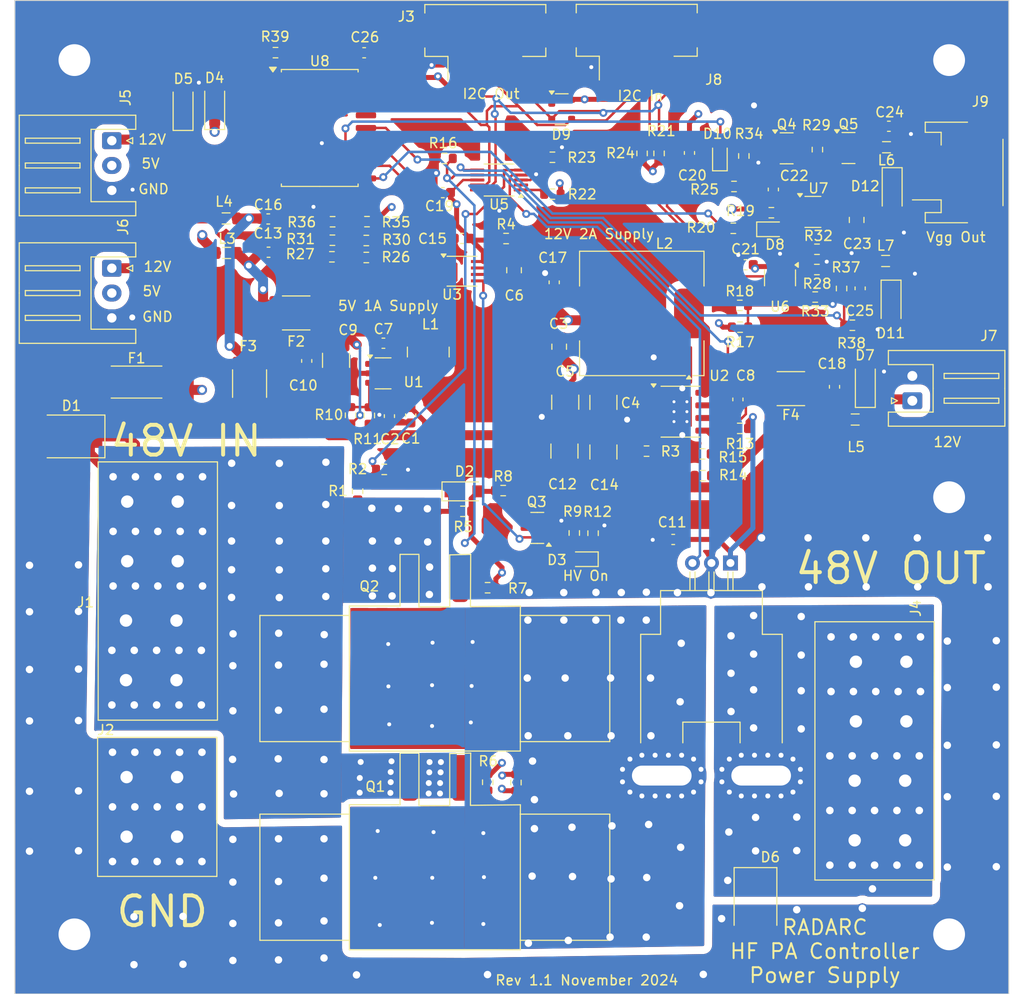
<source format=kicad_pcb>
(kicad_pcb (version 20241229) (generator "pcbnew") (generator_version "9.0")
  (layers (0 "F.Cu" signal) (4 "In1.Cu" signal) (6 "In2.Cu" signal) (2 "B.Cu" signal) (13 "F.Paste" user) (15 "B.Paste" user) (5 "F.SilkS" user "F.Silkscreen") (7 "B.SilkS" user "B.Silkscreen") (1 "F.Mask" user) (3 "B.Mask" user) (25 "Edge.Cuts" user))
  (net 0 "")
  (net 1 "Net-(U2-EN)")
  (net 2 "Net-(U2-BOOT)")
  (net 3 "+3.3V")
  (net 4 "GND")
  (net 5 "Net-(Q1-D)")
  (net 6 "/PA_Current")
  (net 7 "/PA_Voltage")
  (net 8 "/Vgg_Voltage")
  (net 9 "Net-(U6-VOUT)")
  (net 10 "+12V")
  (net 11 "/Vgg_On")
  (net 12 "Net-(D1-A1)")
  (net 13 "Net-(D5-A1)")
  (net 14 "Net-(D6-A1)")
  (net 15 "Net-(D7-A1)")
  (net 16 "Net-(C10-Pad1)")
  (net 17 "Net-(U3A-Cext)")
  (net 18 "Net-(U1-SW)")
  (net 19 "Net-(U1-FB)")
  (net 20 "Net-(U1-CB)")
  (net 21 "Net-(U2-FB)")
  (net 22 "Net-(U3A-RCext)")
  (net 23 "Net-(U2-SW)")
  (net 24 "Net-(C13-Pad1)")
  (net 25 "Net-(C18-Pad1)")
  (net 26 "Net-(D3-A)")
  (net 27 "Net-(D4-A1)")
  (net 28 "Net-(D8-K)")
  (net 29 "Net-(U7-VOUT)")
  (net 30 "Net-(J3-Pin_4)")
  (net 31 "Net-(D11-A1)")
  (net 32 "Net-(D12-A1)")
  (net 33 "Net-(U2-RT{slash}SYNC)")
  (net 34 "Net-(J3-Pin_3)")
  (net 35 "Net-(C16-Pad1)")
  (net 36 "Net-(Q1-G)")
  (net 37 "Net-(Q4-D)")
  (net 38 "Net-(Q3-D)")
  (net 39 "/HV_On")
  (net 40 "Net-(D3-K)")
  (net 41 "Net-(Q5-D)")
  (net 42 "Net-(D2-A)")
  (net 43 "/Vgg Cntrl")
  (net 44 "Net-(U5-AIN3)")
  (net 45 "/12V_Good")
  (net 46 "Net-(U6-A0)")
  (net 47 "Net-(U5-ADDR)")
  (net 48 "Net-(U8-A0)")
  (net 49 "Net-(U7-ADJ)")
  (net 50 "Net-(U8-A1)")
  (net 51 "Net-(U8-A2)")
  (net 52 "Net-(U8-~{RESET})")
  (net 56 "Net-(Q2-G)")
  (net 57 "Net-(D10-K)")
  (net 59 "/HV_DOG")
  (footprint "Resistor_SMD:R_0603_1608Metric" (layer "F.Cu") (at 79.085 39.49)
    (property "Reference" "R22")
    (property "Value" "NF")
  )
  (footprint "Resistor_SMD:R_0603_1608Metric" (layer "F.Cu") (at 72.58 98.69 -90)
    (property "Reference" "R6")
    (property "Value" "82R")
  )
  (footprint "Inductor_SMD:L_0805_2012Metric" (layer "F.Cu") (at 112.61 46.22)
    (property "Reference" "L7")
    (property "Value" "1uH")
  )
  (footprint "Fuse:Fuse_1812_4532Metric" (layer "F.Cu") (at 48.62 58.56 90)
    (property "Reference" "F3")
    (property "Value" "1A")
  )
  (footprint "Capacitor_SMD:C_0603_1608Metric" (layer "F.Cu") (at 91.24 74.25 180)
    (property "Reference" "C11")
    (property "Value" "100n")
  )
  (footprint "Package_TO_SOT_SMD:SOT-23" (layer "F.Cu") (at 108.8775 34.85)
    (property "Reference" "Q5")
    (property "Value" "FDN340P")
  )
  (footprint "Capacitor_SMD:C_0603_1608Metric" (layer "F.Cu") (at 98.52 46.6 180)
    (property "Reference" "C21")
    (property "Value" "100n")
  )
  (footprint "Resistor_SMD:R_0603_1608Metric" (layer "F.Cu") (at 56.905 45.8 180)
    (property "Reference" "R27")
    (property "Value" "0R")
  )
  (footprint "Capacitor_SMD:C_0603_1608Metric" (layer "F.Cu") (at 107.47 58.885 90)
    (property "Reference" "C18")
    (property "Value" "100n")
  )
  (footprint "Capacitor_SMD:C_0805_2012Metric" (layer "F.Cu") (at 75.23 47.15 -90)
    (property "Reference" "C6")
    (property "Value" "100n")
  )
  (footprint "Connector_JST:JST_PH_S3B-PH-SM4-TB_1x03-1MP_P2.00mm_Horizontal" (layer "F.Cu") (at 119.91 37.31 90)
    (property "Reference" "J9")
    (property "Value" "JST-PH-3")
  )
  (footprint "Capacitor_SMD:C_1210_3225Metric" (layer "F.Cu") (at 84.22 65.45 90)
    (property "Reference" "C14")
    (property "Value" "22u")
  )
  (footprint "Resistor_SMD:R_0603_1608Metric" (layer "F.Cu") (at 75.42 98.72 -90)
    (property "Reference" "TH1" (hide yes))
    (property "Value" "10k")
  )
  (footprint "Resistor_SMD:R_0603_1608Metric" (layer "F.Cu") (at 105.5275 49.85 180)
    (property "Reference" "R33")
    (property "Value" "1k8")
  )
  (footprint "Connector_JST:JST_XH_S3B-XH-A_1x03_P2.50mm_Horizontal" (layer "F.Cu") (at 34.76 46.95 -90)
    (property "Reference" "J6")
    (property "Value" "JST-XH-3")
  )
  (footprint "Package_TO_SOT_SMD:SOT-23-5" (layer "F.Cu") (at 105.2975 41.28)
    (property "Reference" "U7")
    (property "Value" "AP2204K-ADJ")
  )
  (footprint "Fuse:Fuse_Schurter_UMZ250" (layer "F.Cu") (at 37.25 58.41)
    (property "Reference" "F1")
    (property "Value" "1A")
  )
  (footprint "Inductor_SMD:L_Wuerth_MAPI-4030" (layer "F.Cu") (at 66.6 55.385 90)
    (property "Reference" "L1")
    (property "Value" "15uH")
  )
  (footprint "PA_Control:lmr38012" (layer "F.Cu") (at 91.97 61.39)
    (property "Reference" "U2")
    (property "Value" "LMR38020")
  )
  (footprint "Capacitor_SMD:C_0603_1608Metric" (layer "F.Cu") (at 112.94 32.66)
    (property "Reference" "C24")
    (property "Value" "100n")
  )
  (footprint "Resistor_SMD:R_0603_1608Metric" (layer "F.Cu") (at 88.11 35.39 90)
    (property "Reference" "R24")
    (property "Value" "4k7")
  )
  (footprint "Resistor_SMD:R_0603_1608Metric" (layer "F.Cu") (at 109.265 52.69)
    (property "Reference" "R38")
    (property "Value" "10k")
  )
  (footprint "Inductor_SMD:L_0805_2012Metric" (layer "F.Cu") (at 112.7 34.77)
    (property "Reference" "L6")
    (property "Value" "1uH")
  )
  (footprint "Resistor_SMD:R_0603_1608Metric" (layer "F.Cu") (at 88.56 65.36)
    (property "Reference" "R3")
    (property "Value" "64k9")
  )
  (footprint "Inductor_SMD:L_0805_2012Metric" (layer "F.Cu") (at 46.26 41.94 180)
    (property "Reference" "L4")
    (property "Value" "1uH")
  )
  (footprint "Capacitor_SMD:C_1210_3225Metric" (layer "F.Cu") (at 80.38 60.435 -90)
    (property "Reference" "C5")
    (property "Value" "2.2u")
  )
  (footprint "PA_Control:TO263_Heatsink_301" (layer "F.Cu") (at 67.26 88.25 180)
    (property "Reference" "Q2")
    (property "Value" "SQM120P10-19L")
  )
  (footprint "Diode_SMD:D_SMB" (layer "F.Cu") (at 99.52 110.94 -90)
    (property "Reference" "D6")
    (property "Value" "SM6T75A" (hide yes))
  )
  (footprint "Resistor_SMD:R_0603_1608Metric" (layer "F.Cu") (at 72.57 79.11 180)
    (property "Reference" "R7")
    (property "Value" "82R")
  )
  (footprint "Resistor_SMD:R_0603_1608Metric" (layer "F.Cu") (at 81.29 73.6 90)
    (property "Reference" "R12")
    (property "Value" "10k")
  )
  (footprint "Capacitor_SMD:C_0603_1608Metric" (layer "F.Cu") (at 50.53 45.34)
    (property "Reference" "C13")
    (property "Value" "100n")
  )
  (footprint "Capacitor_SMD:C_0603_1608Metric" (layer "F.Cu") (at 79.27 48.37 90)
    (property "Reference" "C17")
    (property "Value" "100n")
  )
  (footprint "Connector_JST:JST_XH_S2B-XH-A_1x02_P2.50mm_Horizontal" (layer "F.Cu") (at 115.3 60.29 90)
    (property "Reference" "J7")
    (property "Value" "JST-XH-2")
  )
  (footprint "Resistor_SMD:R_0603_1608Metric" (layer "F.Cu") (at 56.955 44.13 180)
    (property "Reference" "R31")
    (property "Value" "NF")
  )
  (footprint "Resistor_SMD:R_0603_1608Metric" (layer "F.Cu") (at 105.7475 35.01 90)
    (property "Reference" "R29")
    (property "Value" "10k")
  )
  (footprint "Package_SO:VSSOP-10_3x3mm_P0.5mm" (layer "F.Cu") (at 73.72 38.07 180)
    (property "Reference" "U5")
    (property "Value" "ADS1015IDGS")
  )
  (footprint "PA_Control:TO263_Heatsink_301" (layer "F.Cu") (at 67.26 108.25 180)
    (property "Reference" "Q1")
    (property "Value" "SQM120P10-19L")
  )
  (footprint "Resistor_SMD:R_0603_1608Metric" (layer "F.Cu") (at 94.22 67.83)
    (property "Reference" "R14")
    (property "Value" "110k")
  )
  (footprint "Resistor_SMD:R_0603_1608Metric" (layer "F.Cu") (at 83.18 73.62 90)
    (property "Reference" "R9")
    (property "Value" "1k")
  )
  (footprint "PA_Control:Fat_Power 4" (layer "F.Cu") (at 105.5 108.5338)
    (property "Reference" "J4")
    (property "Value" "60A 4 Pin")
  )
  (footprint "Resistor_SMD:R_0603_1608Metric" (layer "F.Cu") (at 108.18 48.99 -90)
    (property "Reference" "R37")
    (property "Value" "10k")
  )
  (footprint "Inductor_SMD:L_0805_2012Metric" (layer "F.Cu") (at 46.32 45.41 180)
    (property "Reference" "L3")
    (property "Value" "1uH")
  )
  (footprint "Capacitor_SMD:C_0603_1608Metric" (layer "F.Cu") (at 62.085 54.5)
    (property "Reference" "C7")
    (property "Value" "100nf")
  )
  (footprint "Connector_JST:JST_XH_S3B-XH-A_1x03_P2.50mm_Horizontal" (layer "F.Cu") (at 34.76 34.11 -90)
    (property "Reference" "J5")
    (property "Value" "JST-XH-3")
  )
  (footprint "Capacitor_SMD:C_1210_3225Metric" (layer "F.Cu") (at 84.22 60.455 -90)
    (property "Reference" "C4")
    (property "Value" "2.2u")
  )
  (footprint "Resistor_SMD:R_0603_1608Metric" (layer "F.Cu") (at 70.09 71.42)
    (property "Reference" "R5")
    (property "Value" "10K")
  )
  (footprint "Resistor_SMD:R_0603_1608Metric" (layer "F.Cu") (at 97.36 38.72)
    (property "Reference" "R25")
    (property "Value" "1k")
  )
  (footprint "Capacitor_SMD:C_0805_2012Metric" (layer "F.Cu") (at 79.77 54.85 90)
    (property "Reference" "C3")
    (property "Value" "100n")
  )
  (footprint "Capacitor_SMD:C_0603_1608Metric" (layer "F.Cu") (at 62.69 61.835 -90)
    (property "Reference" "C2")
    (property "Value" "2.2u")
  )
  (footprint "Capacitor_SMD:C_0603_1608Metric" (layer "F.Cu") (at 92.8775 35.345 -90)
    (property "Reference" "C20")
    (property "Value" "100n")
  )
  (footprint "Resistor_SMD:R_0603_1608Metric" (layer "F.Cu") (at 56.975 42.27 180)
    (property "Reference" "R36")
    (property "Value" "NF")
  )
  (footprint "Resistor_SMD:R_0603_1608Metric" (layer "F.Cu") (at 60.435 42.26 180)
    (property "Reference" "R35")
    (property "Value" "10k")
  )
  (footprint "Capacitor_SMD:C_0603_1608Metric" (layer "F.Cu") (at 110.05 48.975 -90)
    (property "Reference" "C25")
    (property "Value" "100n")
  )
  (footprint "Capacitor_SMD:C_1210_3225Metric" (layer "F.Cu") (at 57.32 56.22 -90)
    (property "Reference" "C9")
    (property "Value" "22u")
  )
  (footprint "Package_TO_SOT_SMD:SOT-23" (layer "F.Cu") (at 102.655 34.88)
    (property "Reference" "Q4")
    (property "Value" "BSS123")
  )
  (footprint "MountingHole:MountingHole_3.2mm_M3_DIN965_Pad" (layer "F.Cu") (at 31 114 180)
    (property "Reference" "H2" (hide yes))
    (property "Value" "M3-PAD")
  )
  (footprint "Resistor_SMD:R_0603_1608Metric" (layer "F.Cu") (at 60.67 61.77 -90)
    (property "Reference" "R11")
    (property "Value" "22.1k")
  )
  (footprint "Resistor_SMD:R_0603_1608Metric" (layer "F.Cu") (at 97.94 63.07)
    (property "Reference" "R13")
    (property "Value" "100k")
  )
  (footprint "Resistor_SMD:R_0603_1608Metric" (layer "F.Cu") (at 74.135 69.33)
    (property "Reference" "R8")
    (property "Value" "4k7")
  )
  (footprint "Diode_SMD:D_SOD-123F" (layer "F.Cu") (at 113.16 50.36 -90)
    (property "Reference" "D11")
    (property "Value" "SMF4L5.0A")
  )
  (footprint "Resistor_SMD:R_0603_1608Metric" (layer "F.Cu") (at 60.365 45.87 180)
    (property "Reference" "R26")
    (property "Value" "10k")
  )
  (footprint "PA_Control:Fat_Power 4" (layer "F.Cu") (at 45.39 66.44 180)
    (property "Reference" "J1")
    (property "Value" "60A 4 pin")
  )
  (footprint "Diode_SMD:D_SOD-123F" (layer "F.Cu") (at 113.27 39.04 -90)
    (property "Reference" "D12")
    (property "Value" "SMF4L12A")
  )
  (footprint "Resistor_SMD:R_0603_1608Metric" (layer "F.Cu") (at 97.94 50.69)
    (property "Reference" "R18")
    (property "Value" "0R")
  )
  (footprint "Resistor_SMD:R_0603_1608Metric" (layer "F.Cu") (at 59.49 69.3925 90)
    (property "Reference" "R1")
    (property "Value" "270k")
  )
  (footprint "LED_SMD:LED_0603_1608Metric" (layer "F.Cu") (at 95.9375 35.66 90)
    (property "Reference" "D10")
    (property "Value" "Yellow")
  )
  (footprint "Diode_SMD:Nexperia_CFP3_SOD-123W" (layer "F.Cu") (at 70.2425 69.41)
    (property "Reference" "D2")
    (property "Value" "15v")
  )
  (footprint "Inductor_SMD:L_Coilcraft_MSS1210-XXX" (layer "F.Cu") (at 88.08 51.5 180)
    (property "Reference" "L2")
    (property "Value" "33uH")
  )
  (footprint "Capacitor_SMD:C_0603_1608Metric" (layer "F.Cu") (at 50.5 41.99)
    (property "Reference" "C16")
    (property "Value" "100n")
  )
  (footprint "Resistor_SMD:R_0603_1608Metric" (layer "F.Cu") (at 97.97 52.88)
    (property "Reference" "R17")
    (property "Value" "NF")
  )
  (footprint "Resistor_SMD:R_0603_1608Metric" (layer "F.Cu") (at 94.19 65.64 180)
    (property "Reference" "R15")
    (property "Value" "10k")
  )
  (footprint "Capacitor_SMD:C_0603_1608Metric" (layer "F.Cu") (at 69.99 43.95 180)
    (property "Reference" "C15")
    (property "Value" "100n")
  )
  (footprint "Inductor_SMD:L_0805_2012Metric" (layer "F.Cu") (at 109.55 62.18)
    (property "Reference" "L5")
    (property "Value" "1uH")
  )
  (footprint "Resistor_SMD:R_0603_1608Metric" (layer "F.Cu") (at 51.23 25.25 180)
    (property "Reference" "R39")
    (property "Value" "10k")
  )
  (footprint "Resistor_SMD:R_0603_1608Metric" (layer "F.Cu") (at 101.115 41.36 180)
    (property "Reference" "R19")
    (property "Value" "1k")
  )
  (footprint "PA_Control:Allegro_CB_PFF" (layer "F.Cu") (at 97 76.62 180)
    (property "Reference" "U4" (hide yes))
    (property "Value" "ACS770xCB-050B-PFF")
  )
  (footprint "Resistor_SMD:R_0603_1608Metric" (layer "F.Cu") (at 89.82 35.39 90)
    (property "Reference" "R21")
    (property "Value" "4k7")
  )
  (footprint "Package_TO_SOT_SMD:SOT-23-6" (layer "F.Cu") (at 101.9875 47.9175 -90)
    (property "Reference" "U6")
    (property "Value" "MCP4725A0T")
  )
  (footprint "Diode_SMD:D_SOD-123F" (layer "F.Cu") (at 110.57 58.75 90)
    (property "Reference" "D7")
    (property "Value" "SMF4L12A")
  )
  (footprint "Package_TO_SOT_SMD:SOT-23-6" (layer "F.Cu") (at 62.05 57.53)
    (property "Reference" "U1")
    (property "Value" "LMR50410")
  )
  (footprint "Resistor_SMD:R_0603_1608Metric" (layer "F.Cu") (at 98.3475 35.65 -90)
    (property "Reference" "R34")
    (property "Value" "10k")
  )
  (footprint "Resistor_SMD:R_0603_1608Metric" (layer "F.Cu") (at 60.365 44.16 180)
    (property "Reference" "R30")
    (property "Value" "10k")
  )
  (footprint "Diode_SMD:D_SOD-123F" (layer "F.Cu") (at 45.11 30.7775 90)
    (property "Reference" "D4")
    (property "Value" "SMF4L5.0A")
  )
  (footprint "Diode_SMD:D_SMB" (layer "F.Cu") (at 30.4075 63.88 180)
    (property "Reference" "D1")
    (property "Value" "SM6T75A")
  )
  (footprint "Resistor_SMD:R_0603_1608Metric" (layer "F.Cu") (at 58.78 61.75 90)
    (property "Reference" "R10")
    (property "Value" "88.7k")
  )
  (footprint "Capacitor_SMD:C_0805_2012Metric" (layer "F.Cu") (at 109.6975 42.09 -90)
    (property "Reference" "C23")
    (property "Value" "22u")
  )
  (footprint "Package_SO:SSOP-8_2.95x2.8mm_P0.65mm" (layer "F.Cu") (at 69.99 47.25)
    (property "Reference" "U3")
    (property "Value" "74LVC1G123")
  )
  (footprint "Capacitor_SMD:C_0603_1608Metric" (layer "F.Cu") (at 54.37 56.28 -90)
    (property "Reference" "C10")
    (property "Value" "100n")
  )
  (footprint "Resistor_SMD:R_0603_1608Metric" (layer "F.Cu") (at 68.24 35.9 180)
    (property "Reference" "R16")
    (property "Value" "10k")
  )
  (footprint "Package_SO:SOIC-18W_7.5x11.6mm_P1.27mm" (layer "F.Cu") (at 55.68 32.83)
    (property "Reference" "U8")
    (property "Value" "MCP23008-xSO")
  )
  (footprint "Resistor_SMD:R_0603_1608Metric" (layer "F.Cu") (at 62.17 67.2)
    (property "Reference" "R2")
    (property "Value" "10k")
  )
  (footprint "Fuse:Fuse_1812_4532Metric" (layer "F.Cu") (at 53.31 51.45 180)
    (property "Reference" "F2")
    (property "Value" "1A")
  )
  (footprint "MountingHole:MountingHole_3.2mm_M3_DIN965_Pad" (layer "F.Cu") (at 119 26 180)
    (property "Reference" "H3" (hide yes))
    (property "Value" "M3-PAD")
  )
  (footprint "Capacitor_SMD:C_0603_1608Metric" (layer "F.Cu") (at 101.3175 39.02 -90)
    (property "Reference" "C22")
    (property "Value" "100n")
  )
  (footprint "Capacitor_SMD:C_0603_1608Metric" (layer "F.Cu") (at 60.15 25.26 180)
    (property "Reference" "C26")
    (property "Value" "100n")
  )
  (footprint "Connector_JST:JST_PH_B4B-PH-SM4-TB_1x04-1MP_P2.00mm_Vertical" (layer "F.Cu") (at 72.34 24.77)
    (property "Reference" "J3")
    (property "Value" "JST-PH-4")
  )
  (footprint "Resistor_SMD:R_0603_1608Metric" (layer "F.Cu") (at 105.6975 47.08)
    (property "Reference" "R28")
    (property "Value" "1k")
  )
  (footprint "Capacitor_SMD:C_0603_1608Metric" (layer "F.Cu") (at 68.06 39.34 180)
    (property "Reference" "C19")
    (property "Value" "100n")
  )
  (footprint "Resistor_SMD:R_0603_1608Metric" (layer "F.Cu") (at 97.2875 42.93)
    (property "Reference" "R20")
    (property "Value" "4k7")
  )
  (footprint "LED_SMD:LED_0603_1608Metric" (layer "F.Cu") (at 82.21 76.24 180)
    (property "Reference" "D3")
    (property "Value" "Red")
  )
  (footprint "Package_TO_SOT_SMD:SOT-23" (layer "F.Cu") (at 77.5675 73.09 180)
    (property "Reference" "Q3")
    (property "Value" "BSS123")
  )
  (footprint "Fuse:Fuse_1812_4532Metric" (layer "F.Cu") (at 103.08 59.07 180)
    (property "Reference" "F4")
    (property "Value" "1A")
  )
  (footprint "Connector_JST:JST_PH_B4B-PH-SM4-TB_1x04-1MP_P2.00mm_Vertical" (layer "F.Cu") (at 87.57 24.75)
    (property "Reference" "J8")
    (property "Value" "JST-PH-4")
  )
  (footprint "Capacitor_SMD:C_0603_1608Metric" (layer "F.Cu") (at 97.75 60.155 90)
    (property "Reference" "C8")
    (property "Value" "100nf")
  )
  (footprint "Resistor_SMD:R_0603_1608Metric" (layer "F.Cu") (at 105.7075 45.04)
    (property "Reference" "R32")
    (property "Value" "1k8")
  )
  (footprint "Diode_SMD:D_SOD-123F" (layer "F.Cu") (at 41.93 30.87 90)
    (property "Reference" "D5")
    (property "Value" "SMF4L12A")
  )
  (footprint "Resistor_SMD:R_0603_1608Metric" (layer "F.Cu") (at 74.43 43.96)
    (property "Reference" "R4")
    (property "Value" "10K")
  )
  (footprint "MountingHole:MountingHole_3.2mm_M3_DIN965_Pad" (layer "F.Cu") (at 119 70)
    (property "Reference" "H5" (hide yes))
    (property "Value" "M3-PAD")
  )
  (footprint "MountingHole:MountingHole_3.2mm_M3_DIN965_Pad" (layer "F.Cu") (at 31 26 180)
    (property "Reference" "H4" (hide yes))
    (property "Value" "M3-PAD")
  )
  (footprint "Resistor_SMD:R_0603_1608Metric" (layer "F.Cu") (at 79.09 35.78)
    (property "Reference" "R23")
    (property "Value" "0R")
  )
  (footprint "PA_Control:Fat_Power 2" (layer "F.Cu") (at 45.33 94.17 180)
    (property "Reference" "J2")
    (property "Value" "30A 2 Pin")
  )
  (footprint "Capacitor_SMD:C_0603_1608Metric" (layer "F.Cu") (at 64.83 61.75 -90)
    (property "Reference" "C1")
    (property "Value" "100n")
  )
  (footprint "LED_SMD:LED_0603_1608Metric" (layer "F.Cu") (at 101.1275 43.03)
    (property "Reference" "D8")
    (property "Value" "Blue")
  )
  (footprint "Capacitor_SMD:C_1210_3225Metric" (layer "F.Cu") (at 80.3 65.355 90)
    (property "Reference" "C12")
    (property "Value" "22u")
  )
  (footprint "MountingHole:MountingHole_3.2mm_M3_DIN965_Pad" (layer "F.Cu") (at 119 114 180)
    (property "Reference" "H1" (hide yes))
    (property "Value" "M3-PAD")
  )
  (footprint "Package_TO_SOT_SMD:SOT-143" (layer "F.Cu") (at 80.02 30.95)
    (property "Reference" "D9")
    (property "Value" "SP0503BAHT")
  )
  (gr_line (start 94.47 59.48) (end 97.74 59.4) (stroke (width 0.2)) (layer "F.Cu") (net 23))
  (gr_line (start 94.45 60.75) (end 97.72 60.91) (stroke (width 0.2)) (layer "F.Cu") (net 2))
  (gr_line (start 94.46 62.05) (end 97.11 63.06) (stroke (width 0.2)) (layer "F.Cu") (net 45))
  (gr_line (start 25 20) (end 125 20) (stroke (width 0.1)) (layer "Edge.Cuts"))
  (gr_line (start 125 120) (end 25 120) (stroke (width 0.1)) (layer "Edge.Cuts"))
  (gr_line (start 25 20) (end 25 120) (stroke (width 0.1)) (layer "Edge.Cuts"))
  (gr_line (start 125 20) (end 125 120) (stroke (width 0.1)) (layer "Edge.Cuts"))
  (gr_text "5V" (at 37.77 49.85 0) (layer "F.SilkS") (effects (font (size 1 1)) (justify left bottom)))
  (gr_text "RADARC\nHF PA Controller\nPower Supply" (at 106.5 119 0) (layer "F.SilkS") (effects (font (size 1.5 1.5) (thickness 0.2)) (justify bottom)))
  (gr_text "48V OUT" (at 103.31 78.93 0) (layer "F.SilkS") (effects (font (size 3 3) (thickness 0.4)) (justify left bottom)))
  (gr_text "12V" (at 117.345 65.03 0) (layer "F.SilkS") (effects (font (size 1 1)) (justify left bottom)))
  (gr_text "I2C In" (at 85.55 30.17 0) (layer "F.SilkS") (effects (font (size 1 1)) (justify left bottom)))
  (gr_text "5V" (at 37.66 37 0) (layer "F.SilkS") (effects (font (size 1 1)) (justify left bottom)))
  (gr_text "Vgg Out" (at 116.61 44.41 0) (layer "F.SilkS") (effects (font (size 1 1)) (justify left bottom)))
  (gr_text "GND" (at 37.73 52.42 0) (layer "F.SilkS") (effects (font (size 1 1)) (justify left bottom)))
  (gr_text "I2C Out" (at 69.96 29.98 0) (layer "F.SilkS") (effects (font (size 1 1)) (justify left bottom)))
  (gr_text "5V 1A Supply" (at 57.43 51.32 0) (layer "F.SilkS") (effects (font (size 1 1)) (justify left bottom)))
  (gr_text "12V" (at 37.35 34.57 0) (layer "F.SilkS") (effects (font (size 1 1)) (justify left bottom)))
  (gr_text "48V IN" (at 34.41 66.1 0) (layer "F.SilkS") (effects (font (size 3 3) (thickness 0.4)) (justify left bottom)))
  (gr_text "GND" (at 35 113.46 0) (layer "F.SilkS") (effects (font (size 3 3) (thickness 0.4)) (justify left bottom)))
  (gr_text "12V" (at 37.88 47.38 0) (layer "F.SilkS") (effects (font (size 1 1)) (justify left bottom)))
  (gr_text "12V 2A Supply" (at 78.15 44.09 0) (layer "F.SilkS") (effects (font (size 1 1)) (justify left bottom)))
  (gr_text "Rev 1.1 November 2024" (at 73.26 119.21 0) (layer "F.SilkS") (effects (font (size 1 1)) (justify left bottom)))
  (gr_text "HV On" (at 80.04 78.49 0) (layer "F.SilkS") (effects (font (size 1 1)) (justify left bottom)))
  (gr_text "GND" (at 37.34 39.57 0) (layer "F.SilkS") (effects (font (size 1 1)) (justify left bottom)))
  (segment (start 80.38 58.96) (end 81.245 58.095) (width 0.5) (layer "F.Cu") (net 1))
  (segment (start 89.495 60.755) (end 87.775 60.755) (width 0.5) (layer "F.Cu") (net 1))
  (segment (start 87.775 60.755) (end 86 58.98) (width 0.5) (layer "F.Cu") (net 1))
  (segment (start 79.17 56.14) (end 80.295 56.14) (width 1) (layer "F.Cu") (net 1))
  (segment (start 80.4 58.98) (end 80.38 58.96) (width 0.5) (layer "F.Cu") (net 1))
  (segment (start 86 58.98) (end 84.22 58.98) (width 0.5) (layer "F.Cu") (net 1))
  (segment (start 41.2 59.2) (end 41.17 59.17) (width 1) (layer "F.Cu") (net 1))
  (segment (start 43.84 59.2) (end 41.2 59.2) (width 1) (layer "F.Cu") (net 1))
  (segment (start 89.495 62.025) (end 89.495 60.755) (width 0.5) (layer "F.Cu") (net 1))
  (segment (start 81.245 58.095) (end 81.245 57.09) (width 0.5) (layer "F.Cu") (net 1))
  (segment (start 84.22 58.98) (end 80.4 58.98) (width 0.5) (layer "F.Cu") (net 1))
  (segment (start 80.295 56.14) (end 81.245 57.09) (width 1) (layer "F.Cu") (net 1))
  (via (at 43.84 59.2) (size 1) (drill 0.6) (layers "F.Cu" "B.Cu") (net 1))
  (via (at 81.245 57.09) (size 1) (drill 0.6) (layers "F.Cu" "B.Cu") (net 1))
  (segment (start 95.75 74.25) (end 92.015 74.25) (width 0.5) (layer "F.Cu") (net 3))
  (segment (start 68.835 39.886209) (end 69.45062 40.501829) (width 0.5) (layer "F.Cu") (net 3))
  (segment (start 98.765 62.4225) (end 99.2575 61.93) (width 0.5) (layer "F.Cu") (net 3))
  (segment (start 81.07 29.95) (end 81.02 30) (width 0.5) (layer "F.Cu") (net 3))
  (segment (start 84.62 29.95) (end 86.57 28) (width 0.5) (layer "F.Cu") (net 3))
  (segment (start 68.97 29.03) (end 70.33 29.03) (width 0.5) (layer "F.Cu") (net 3))
  (segment (start 55.88 25.25) (end 58.39 27.76) (width 0.5) (layer "F.Cu") (net 3))
  (segment (start 71.57 38.07) (end 70.105 38.07) (width 0.25) (layer "F.Cu") (net 3))
  (segment (start 79.91 38.463984) (end 79.828009 38.381993) (width 0.5) (layer "F.Cu") (net 3))
  (segment (start 70.95 44.12) (end 73.445 44.12) (width 0.5) (layer "F.Cu") (net 3))
  (segment (start 89.19 36.845) (end 89.82 36.215) (width 0.5) (layer "F.Cu") (net 3))
  (segment (start 60.615 25.42) (end 60.615 27.465) (width 0.5) (layer "F.Cu") (net 3))
  (segment (start 67.57 27.63) (end 68.97 29.03) (width 0.5) (layer "F.Cu") (net 3))
  (segment (start 86.57 28) (end 86.57 25.25) (width 0.5) (layer "F.Cu") (net 3))
  (segment (start 61.19 44.16) (end 61.19 45.87) (width 0.25) (layer "F.Cu") (net 3))
  (segment (start 60.615 27.465) (end 60.33 27.75) (width 0.5) (layer "F.Cu") (net 3))
  (segment (start 52.055 25.25) (end 55.88 25.25) (width 0.5) (layer "F.Cu") (net 3))
  (segment (start 97.145 52.88) (end 96.241956 52.88) (width 0.5) (layer "F.Cu") (net 3))
  (segment (start 99.475 46.78) (end 99.475 46.9925) (width 0.5) (layer "F.Cu") (net 3))
  (segment (start 73.445 44.12) (end 73.605 43.96) (width 0.5) (layer "F.Cu") (net 3))
  (segment (start 62.92 40.79) (end 62.920001 40.790001) (width 0.25) (layer "F.Cu") (net 3))
  (segment (start 89.19 37.19) (end 89.19 36.845) (width 0.5) (layer "F.Cu") (net 3))
  (segment (start 82.33 29.95) (end 81.07 29.95) (width 0.5) (layer "F.Cu") (net 3))
  (segment (start 70.95 44.12) (end 69.45062 42.62062) (width 0.5) (layer "F.Cu") (net 3))
  (segment (start 61.26 44.09) (end 61.19 44.16) (width 0.25) (layer "F.Cu") (net 3))
  (segment (start 89.085 37.19) (end 88.11 36.215) (width 0.5) (layer "F.Cu") (net 3))
  (segment (start 82.33 29.95) (end 84.62 29.95) (width 0.5) (layer "F.Cu") (net 3))
  (segment (start 101.0375 46.78) (end 99.475 46.78) (width 0.5) (layer "F.Cu") (net 3))
  (segment (start 70.33 29.03) (end 71.34 28.02) (width 0.5) (layer "F.Cu") (net 3))
  (segment (start 62.729999 40.790001) (end 62.920001 40.790001) (width 0.5) (layer "F.Cu") (net 3))
  (segment (start 58.4 27.75) (end 60.33 27.75) (width 0.5) (layer "F.Cu") (net 3))
  (segment (start 61.26 42.26) (end 61.26 44.09) (width 0.25) (layer "F.Cu") (net 3))
  (segment (start 70.105 38.07) (end 68.835 39.34) (width 0.25) (layer "F.Cu") (net 3))
  (segment (start 92.8775 32.310211) (end 93.767716 31.419995) (width 0.5) (layer "F.Cu") (net 3))
  (segment (start 61.26 42.26) (end 61.26 42.04) (width 0.25) (layer "F.Cu") (net 3))
  (segment (start 60.33 27.75) (end 67.45 27.75) (width 0.5) (layer "F.Cu") (net 3))
  (segment (start 72.14 45.31) (end 70.95 44.12) (width 0.5) (layer "F.Cu") (net 3))
  (segment (start 58.39 27.76) (end 58.4 27.75) (width 0.5) (layer "F.Cu") (net 3))
  (segment (start 67.45 27.75) (end 67.57 27.63) (width 0.5) (layer "F.Cu") (net 3))
  (segment (start 96.241956 52.88) (end 95.836956 52.475) (width 0.5) (layer "F.Cu") (net 3))
  (segment (start 79.91 39.49) (end 79.91 38.463984) (width 0.5) (layer "F.Cu") (net 3))
  (segment (start 97 75.5) (end 95.75 74.25) (width 0.5) (layer "F.Cu") (net 3))
  (segment (start 99.475 46.78) (end 99.295 46.6) (width 0.5) (layer "F.Cu") (net 3))
  (segment (start 74.145 97.895) (end 74.03 98.01) (width 0.5) (layer "F.Cu") (net 3))
  (segment (start 89.19 37.19) (end 89.085 37.19) (width 0.5) (layer "F.Cu") (net 3))
  (segment (start 68.835 39.34) (end 68.835 39.886209) (width 0.5) (layer "F.Cu") (net 3))
  (segment (start 92.8775 34.57) (end 92.8775 32.310211) (width 0.5) (layer "F.Cu") (net 3))
  (segment (start 97 76.62) (end 97 75.5) (width 0.5) (layer "F.Cu") (net 3))
  (segment (start 69.45062 42.62062) (end 69.45062 40.501829) (width 0.5) (layer "F.Cu") (net 3))
  (segment (start 71.34 28.02) (end 71.34 25.27) (width 0.5) (layer "F.Cu") (net 3))
  (segment (start 75.42 97.895) (end 74.145 97.895) (width 0.5) (layer "F.Cu") (net 3))
  (segment (start 72.14 46.275) (end 72.14 45.31) (width 0.5) (layer "F.Cu") (net 3))
  (segment (start 98.765 63.07) (end 98.765 62.4225) (width 0.5) (layer "F.Cu") (net 3))
  (segment (start 61.26 42.26) (end 62.729999 40.790001) (width 0.5) (layer "F.Cu") (net 3))
  (via (at 89.19 37.19) (size 0.8) (drill 0.4) (layers "F.Cu" "B.Cu") (net 3))
  (via (at 62.92 40.79) (size 0.8) (drill 0.4) (layers "F.Cu" "B.Cu") (net 3))
  (via (at 99.2575 61.93) (size 0.8) (drill 0.4) (layers "F.Cu" "B.Cu") (net 3))
  (via (at 93.767716 31.419995) (size 0.8) (drill 0.4) (layers "F.Cu" "B.Cu") (net 3))
  (via (at 95.836956 52.475) (size 0.8) (drill 0.4) (layers "F.Cu" "B.Cu") (net 3))
  (via (at 82.33 29.95) (size 0.8) (drill 0.4) (layers "F.Cu" "B.Cu") (net 3))
  (via (at 67.57 27.63) (size 0.8) (drill 0.4) (layers "F.Cu" "B.Cu") (net 3))
  (via (at 79.828009 38.381993) (size 0.8) (drill 0.4) (layers "F.Cu" "B.Cu") (net 3))
  (via (at 74.03 98.01) (size 0.8) (drill 0.4) (layers "F.Cu" "B.Cu") (net 3))
  (via (at 69.45062 40.501829) (size 0.8) (drill 0.4) (layers "F.Cu" "B.Cu") (net 3))
  (via (at 99.475 46.9925) (size 0.8) (drill 0.4) (layers "F.Cu" "B.Cu") (net 3))
  (segment (start 97 75.37) (end 99.2575 73.1125) (width 0.5) (layer "B.Cu") (net 3))
  (segment (start 99.2575 73.1125) (end 99.2575 61.93) (width 0.5) (layer "B.Cu") (net 3))
  (segment (start 97 76.62) (end 97 75.37) (width 0.5) (layer "B.Cu") (net 3))
  (segment (start 109.81 58.11) (end 110.57 57.35) (width 1) (layer "F.Cu") (net 4))
  (segment (start 45.0175 29.47) (end 45.11 29.3775) (width 0.25) (layer "F.Cu") (net 4))
  (segment (start 69.415 46.555) (end 69.135 46.275) (width 0.25) (layer "F.Cu") (net 4))
  (segment (start 84.57 27.475908) (end 84.57 25.25) (width 0.25) (layer "F.Cu") (net 4))
  (segment (start 114.41 32.66) (end 115.16 33.41) (width 0.5) (layer "F.Cu") (net 4))
  (segment (start 80.38 61.91) (end 78.02 61.91) (width 1) (layer "F.Cu") (net 4))
  (segment (start 110.57 57.35) (end 112.45 57.35) (width 1) (layer "F.Cu") (net 4))
  (segment (start 68.29 48.225) (end 69.34 48.225) (width 0.25) (layer "F.Cu") (net 4))
  (segment (start 86.345 61.93) (end 86.605 62.19) (width 1) (layer "F.Cu") (net 4))
  (segment (start 102.286592 39.795) (end 103.771592 41.28) (width 0.25) (layer "F.Cu") (net 4))
  (segment (start 67.285 37.475) (end 67.39 37.37) (width 0.5) (layer "F.Cu") (net 4))
  (segment (start 64.83 62.525) (end 62.775 62.525) (width 0.5) (layer "F.Cu") (net 4))
  (segment (start 101.9875 46.78) (end 101.9875 45.4925) (width 0.5) (layer "F.Cu") (net 4))
  (segment (start 79.915 34.907931) (end 80.047931 34.775) (width 0.25) (layer "F.Cu") (net 4))
  (segment (start 62.775 62.525) (end 62.69 62.61) (width 0.5) (layer "F.Cu") (net 4))
  (segment (start 69.135 46.275) (end 68.29 46.275) (width 0.25) (layer "F.Cu") (net 4))
  (segment (start 107.9375 41.28) (end 109.6975 43.04) (width 0.25) (layer "F.Cu") (net 4))
  (segment (start 101.3175 39.795) (end 102.286592 39.795) (width 0.25) (layer "F.Cu") (net 4))
  (segment (start 62.69 62.61) (end 60.685 62.61) (width 0.5) (layer "F.Cu") (net 4))
  (segment (start 56.15 41.97) (end 55.05 40.87) (width 0.5) (layer "F.Cu") (net 4))
  (segment (start 97.745 46.6) (end 97.745 45.665) (width 0.5) (layer "F.Cu") (net 4))
  (segment (start 69.415 46.67) (end 69.415 46.555) (width 0.25) (layer "F.Cu") (net 4))
  (segment (start 115.16 33.41) (end 115.16 33.44) (width 0.5) (layer "F.Cu") (net 4))
  (segment (start 79.915 35.78) (end 79.915 34.907931) (width 0.25) (layer "F.Cu") (net 4))
  (segment (start 67.415 37.345) (end 67.39 37.37) (width 0.5) (layer "F.Cu") (net 4))
  (segment (start 112.45 57.35) (end 114.86 57.35) (width 1) (layer "F.Cu") (net 4))
  (segment (start 69.215 46.355) (end 69.215 43.95) (width 0.25) (layer "F.Cu") (net 4))
  (segment (start 78.508374 47.595) (end 78.352233 47.438859) (width 1) (layer "F.Cu") (net 4))
  (segment (start 115.19 33.44) (end 117.06 35.31) (width 0.5) (layer "F.Cu") (net 4))
  (segment (start 60.685 62.61) (end 60.67 62.595) (width 0.5) (layer "F.Cu") (net 4))
  (segment (start 93.365 65.64) (end 89.665 65.64) (width 0.25) (layer "F.Cu") (net 4))
  (segment (start 115.16 33.44) (end 115.19 33.44) (width 0.5) (layer "F.Cu") (net 4))
  (segment (start 111.8125 53.1075) (end 111.8125 53.107546) (width 0.5) (layer "F.Cu") (net 4))
  (segment (start 97.745 45.665) (end 97.79 45.62) (width 0.5) (layer "F.Cu") (net 4))
  (segment (start 60.785 62.595) (end 61.68 61.7) (width 0.5) (layer "F.Cu") (net 4))
  (segment (start 60.9125 57.53) (end 57.485 57.53) (width 0.5) (layer "F.Cu") (net 4))
  (segment (start 113.16 51.76) (end 111.8125 53.1075) (width 0.5) (layer "F.Cu") (net 4))
  (segment (start 67.285 39.34) (end 67.285 37.475) (width 0.5) (layer "F.Cu") (net 4))
  (segment (start 113.715 32.66) (end 114.41 32.66) (width 0.5) (layer "F.Cu") (net 4))
  (segment (start 110.09 52.69) (end 111.394954 52.69) (width 0.5) (layer "F.Cu") (net 4))
  (segment (start 54.37 57.055) (end 56.68 57.055) (width 1) (layer "F.Cu") (net 4))
  (segment (start 106.5225 47.08) (end 106.5225 46.4553) (width 0.5) (layer "F.Cu") (net 4))
  (segment (start 106.5225 46.4553) (end 106.687142 46.290658) (width 0.5) (layer "F.Cu") (net 4))
  (segment (start 69.34 48.225) (end 69.415 48.15) (width 0.25) (layer "F.Cu") (net 4))
  (segment (start 69.415 46.555) (end 69.215 46.355) (width 0.25) (layer "F.Cu") (net 4))
  (segment (start 56.68 57.055) (end 57.32 57.695) (width 1) (layer "F.Cu") (net 4))
  (segment (start 60.67 62.595) (end 60.785 62.595) (width 0.5) (layer "F.Cu") (net 4))
  (segment (start 55.05 40.87) (end 55.05 40.77) (width 0.5) (layer "F.Cu") (net 4))
  (segment (start 83.11 26.71) (end 84.57 25.25) (width 0.5) (layer "F.Cu") (net 4))
  (segment (start 103.771592 41.28) (end 104.16 41.28) (width 0.25) (layer "F.Cu") (net 4))
  (segment (start 83 26.71) (end 83.11 26.71) (width 0.5) (layer "F.Cu") (net 4))
  (segment (start 57.485 57.53) (end 57.32 57.695) (width 0.5) (layer "F.Cu") (net 4))
  (segment (start 69.415 48.15) (end 69.415 46.67) (width 0.25) (layer "F.Cu") (net 4))
  (segment (start 51.875 40.47) (end 51.895 40.49) (width 0.25) (layer "F.Cu") (net 4))
  (segment (start 114.86 57.35) (end 115.3 57.79) (width 1) (layer "F.Cu") (net 4))
  (segment (start 66.93 26.5) (end 68.11 26.5) (width 0.5) (layer "F.Cu") (net 4))
  (segment (start 104.16 41.28) (end 107.9375 41.28) (width 0.25) (layer "F.Cu") (net 4))
  (segment (start 107.47 58.11) (end 109.81 58.11) (width 1) (layer "F.Cu") (net 4))
  (segment (start 84.22 61.93) (end 86.345 61.93) (width 1) (layer "F.Cu") (net 4))
  (segment (start 79.27 47.595) (end 78.508374 47.595) (width 1) (layer "F.Cu") (net 4))
  (segment (start 56.15 42.27) (end 56.15 41.97) (width 0.5) (layer "F.Cu") (net 4))
  (segment (start 76.868008 38.07) (end 77.448008 37.49) (width 0.25) (layer "F.Cu") (net 4))
  (segment (start 89.665 65.64) (end 89.385 65.36) (width 0.25) (layer "F.Cu") (net 4))
  (segment (start 67.415 35.9) (end 67.415 37.345) (width 0.5) (layer "F.Cu") (net 4))
  (segment (start 68.11 26.5) (end 69.34 25.27) (width 0.5) (layer "F.Cu") (net 4))
  (segment (start 75.87 38.07) (end 76.868008 38.07) (width 0.25) (layer "F.Cu") (net 4))
  (segment (start 111.394954 52.69) (end 111.8125 53.107546) (width 0.5) (layer "F.Cu") (net 4))
  (via (at 97.79 45.62) (size 0.8) (drill 0.4) (layers "F.Cu" "B.Cu") (net 4))
  (via (at 72.56 118.05) (size 1) (drill 0.75) (layers "F.Cu" "B.Cu") (net 4))
  (via (at 92.155 63.74) (size 1) (drill 0.6) (layers "F.Cu" "B.Cu") (net 4))
  (via (at 103.67 111.52) (size 1) (drill 0.75) (layers "F.Cu" "B.Cu") (net 4))
  (via (at 46.94 116.63) (size 1) (drill 0.75) (layers "F.Cu" "B.Cu") (net 4))
  (via (at 92.155 59.04) (size 1) (drill 0.6) (layers "F.Cu" "B.Cu") (net 4))
  (via (at 118.82 84.48) (size 1) (drill 0.75) (layers "F.Cu" "B.Cu") (net 4))
  (via (at 114.45 43.36) (size 0.8) (drill 0.4) (layers "F.Cu" "B.Cu") (net 4))
  (via (at 107.29 50.55) (size 0.8) (drill 0.4) (layers "F.Cu" "B.Cu") (net 4))
  (via (at 110.27 111.38) (size 1) (drill 0.75) (layers "F.Cu" "B.Cu") (net 4))
  (via (at 123.75 100.11) (size 1) (drill 0.75) (layers "F.Cu" "B.Cu") (net 4))
  (via (at 100.17 79.02) (size 1) (drill 0.75) (layers "F.Cu" "B.Cu") (net 4))
  (via (at 95.04 79.61) (size 1) (drill 0.75) (layers "F.Cu" "B.Cu") (net 4))
  (via (at 26.48 76.85) (size 1) (drill 0.75) (layers "F.Cu" "B.Cu") (net 4))
  (via (at 118.82 100.15) (size 1) (drill 0.75) (layers "F.Cu" "B.Cu") (net 4))
  (via (at 122.92 79.02) (size 1) (drill 0.75) (layers "F.Cu" "B.Cu") (net 4))
  (via (at 91.67 79.6) (size 1) (drill 0.75) (layers "F.Cu" "B.Cu") (net 4))
  (via (at 115.56 47.5) (size 0.8) (drill 0.4) (layers "F.Cu" "B.Cu") (net 4))
  (via (at 118.82 89.16) (size 1) (drill 0.75) (layers "F.Cu" "B.Cu") (net 4))
  (via (at 51.53 108.68) (size 1) (drill 0.75) (layers "F.Cu" "B.Cu") (net 4))
  (via (at 115.84 79.02) (size 1) (drill 0.75) (layers "F.Cu" "B.Cu") (net 4))
  (via (at 80.047931 34.775) (size 0.8) (drill 0.4) (layers "F.Cu" "B.Cu") (net 4))
  (via (at 89.28 55.92) (size 1) (drill 0.6) (layers "F.Cu" "B.Cu") (net 4))
  (via (at 112.45 57.35) (size 0.8) (drill 0.4) (layers "F.Cu" "B.Cu") (net 4))
  (via (at 123.75 94.93) (size 1) (drill 0.75) (layers "F.Cu" "B.Cu") (net 4))
  (via (at 56.11 104.38) (size 1) (drill 0.75) (layers "F.Cu" "B.Cu") (net 4))
  (via (at 46.94 112.9) (size 1) (drill 0.75) (layers "F.Cu" "B.Cu") (net 4))
  (via (at 111.8125 53.107546) (size 0.8) (drill 0.4) (layers "F.Cu" "B.Cu") (net 4))
  (via (at 56.11 116.38) (size 1) (drill 0.75) (layers "F.Cu" "B.Cu") (net 4))
  (via (at 118.82 94.97) (size 1) (drill 0.75) (layers "F.Cu" "B.Cu") (net 4))
  (via (at 41.92 117.01) (size 1) (drill 0.75) (layers "F.Cu" "B.Cu") (net 4))
  (via (at 56.11 108.35) (size 1) (drill 0.75) (layers "F.Cu" "B.Cu") (net 4))
  (via (at 104.85 79.02) (size 1) (drill 0.75) (layers "F.Cu" "B.Cu") (net 4))
  (via (at 99.37 30.56) (size 1) (drill 0.6) (layers "F.Cu" "B.Cu") (net 4))
  (via (at 80.23 79.6) (size 1) (drill 0.75) (layers "F.Cu" "B.Cu") (net 4))
  (via (at 99.81 36.32) (size 0.8) (drill 0.4) (layers "F.Cu" "B.Cu") (net 4))
  (via (at 51.53 104.38) (size 1) (drill 0.75) (layers "F.Cu" "B.Cu") (net 4))
  (via (at 106.687142 46.290658) (size 0.8) (drill 0.4) (layers "F.Cu" "B.Cu") (net 4))
  (via (at 104.81 74.09) (size 1) (drill 0.75) (layers "F.Cu" "B.Cu") (net 4))
  (via (at 89.18 74.29) (size 0.8) (drill 0.4) (layers "F.Cu" "B.Cu") (net 4))
  (via (at 123.75 89.12) (size 1) (drill 0.75) (layers "F.Cu" "B.Cu") (net 4))
  (via (at 115.8 74.09) (size 1) (drill 0.75) (layers "F.Cu" "B.Cu") (net 4))
  (via (at 78.02 61.91) (size 1) (drill 0.6) (layers "F.Cu" "B.Cu") (net 4))
  (via (at 123.75 107.19) (size 1) (drill 0.75) (layers "F.Cu" "B.Cu") (net 4))
  (via (at 122.88 74.09) (size 1) (drill 0.75) (layers "F.Cu" "B.Cu") (net 4))
  (via (at 66.93 26.5) (size 0.8) (drill 0.4) (layers "F.Cu" "B.Cu") (net 4))
  (via (at 31.41 87.3) (size 1) (drill 0.75) (layers "F.Cu" "B.Cu") (net 4))
  (via (at 110.66 79.02) (size 1) (drill 0.75) (layers "F.Cu" "B.Cu") (net 4))
  (via (at 79.99 72.36) (size 0.8) (drill 0.4) (layers "F.Cu" "B.Cu") (net 4))
  (via (at 83.47 79.58) (size 1) (drill 0.75) (layers "F.Cu" "B.Cu") (net 4))
  (via (at 123.75 84.44) (size 1) (drill 0.75) (layers "F.Cu" "B.Cu") (net 4))
  (via (at 26.48 99.6) (size 1) (drill 0.75) (layers "F.Cu" "B.Cu") (net 4))
  (via (at 86.605 62.19) (size 1) (drill 0.6) (layers "F.Cu" "B.Cu") (net 4))
  (via (at 115.16 33.44) (size 0.8) (drill 0.4) (layers "F.Cu" "B.Cu") (net 4))
  (via (at 31.41 99.56) (size 1) (drill 0.75) (layers "F.Cu" "B.Cu") (net 4))
  (via (at 64.56 67.23) (size 0.8) (drill 0.4) (layers "F.Cu" "B.Cu") (net 4))
  (via (at 73.75 41.16) (size 0.8) (drill 0.4) (layers "F.Cu" "B.Cu") (net 4))
  (via (at 76.75 79.59) (size 1) (drill 0.75) (layers "F.Cu" "B.Cu") (net 4))
  (via (at 59.38 118.08) (size 1) (drill 0.75) (layers "F.Cu" "B.Cu") (net 4))
  (via (at 31.41 81.49) (size 1) (drill 0.75) (layers "F.Cu" "B.Cu") (net 4))
  (via (at 31.41 92.48) (size 1) (drill 0.75) (layers "F.Cu" "B.Cu") (net 4))
  (via (at 61.68 61.7) (size 0.8) (drill 0.4) (layers "F.Cu" "B.Cu") (net 4))
  (via (at 31.41 76.81) (size 1) (drill 0.75) (layers "F.Cu" "B.Cu") (net 4))
  (via (at 36.99 112.23) (size 1) (drill 0.75) (layers "F.Cu" "B.Cu") (net 4))
  (via (at 56.11 112.65) (size 1) (drill 0.75) (layers "F.Cu" "B.Cu") (net 4))
  (via (at 55.89 34.36) (size 0.8) (drill 0.4) (layers "F.Cu" "B.Cu") (net 4))
  (via (at 55.05 40.77) (size 0.8) (drill 0.4) (layers "F.Cu" "B.Cu") (net 4))
  (via (at 51.53 116.57) (size 1) (drill 0.75) (layers "F.Cu" "B.Cu") (net 4))
  (via (at 86.02 79.59) (size 1) (drill 0.75) (layers "F.Cu" "B.Cu") (net 4))
  (via (at 26.48 87.34) (size 1) (drill 0.75) (layers "F.Cu" "B.Cu") (net 4))
  (via (at 100.13 74.09) (size 1) (drill 0.75) (layers "F.Cu" "B.Cu") (net 4))
  (via (at 101.9875 45.4925) (size 0.8) (drill 0.4) (layers "F.Cu" "B.Cu") (net 4))
  (via (at 83 26.71) (size 0.8) (drill 0.4) (layers "F.Cu" "B.Cu") (net 4))
  (via (at 118.82 107.23) (size 1) (drill 0.75) (layers "F.Cu" "B.Cu") (net 4))
  (via (at 78.352233 47.438859) (size 1) (drill 0.6) (layers "F.Cu" "B.Cu") (net 4))
  (via (at 26.48 81.53) (size 1) (drill 0.75) (layers "F.Cu" "B.Cu") (net 4))
  (via (at 109.19 45.43) (size 0.8) (drill 0.4) (layers "F.Cu" "B.Cu") (net 4))
  (via (at 46.94 104.44) (size 1) (drill 0.75) (layers "F.Cu" "B.Cu") (net 4))
  (via (at 110.62 74.09) (size 1) (drill 0.75) (layers "F.Cu" "B.Cu") (net 4))
  (via (at 94.27 118.03) (size 1) (drill 0.75) (layers "F.Cu" "B.Cu") (net 4))
  (via (at 36.82 51.9) (size 1) (drill 0.6) (layers "F.Cu" "B.Cu") (net 4))
  (via (at 41.92 112.19) (size 1) (drill 0.75) (layers "F.Cu" "B.Cu") (net 4))
  (via (at 36.85 39.04) (size 0.8) (drill 0.4) (layers "F.Cu" "B.Cu") (net 4))
  (via (at 46.94 108.74) (size 1) (drill 0.75) (layers "F.Cu" "B.Cu") (net 4))
  (via (at 51.53 112.84) (size 1) (drill 0.75) (layers "F.Cu" "B.Cu") (net 4))
  (via (at 26.48 105.63) (size 1) (drill 0.75) (layers "F.Cu" "B.Cu") (net 4))
  (via (at 88.54 79.56) (size 1) (drill 0.75) (layers "F.Cu" "B.Cu") (net 4))
  (via (at 77.448008 37.49) (size 0.8) (drill 0.4) (layers "F.Cu" "B.Cu") (net 4))
  (via (at 36.99 117.05) (size 1) (drill 0.75) (layers "F.Cu" "B.Cu") (net 4))
  (via (at 84.32 72.84) (size 0.8) (drill 0.4) (layers "F.Cu" "B.Cu") (net 4))
  (via (at 96.11 112.42) (size 1) (drill 0.75) (layers "F.Cu" "B.Cu") (net 4))
  (via (at 26.48 92.52) (size 1) (drill 0.75) (layers "F.Cu" "B.Cu") (net 4))
  (via (at 31.41 105.59) (size 1) (drill 0.75) (layers "F.Cu" "B.Cu") (net 4))
  (via (at 43.52 28.27) (size 0.8) (drill 0.4) (layers "F.Cu" "B.Cu") (net 4))
  (via (at 67.39 37.37) (size 0.8) (drill 0.4) (layers "F.Cu" "B.Cu") (net 4))
  (via (at 84.89 114.28) (size 1) (drill 0.75) (layers "F.Cu" "B.Cu") (net 5))
  (via (at 92.05 84.7) (size 1) (drill 0.75) (layers "F.Cu" "B.Cu") (net 5))
  (via (at 76.62 82.37) (size 1) (drill 0.75) (layers "F.Cu" "B.Cu") (net 5))
  (via (at 76.56 88.2) (size 1) (drill 0.75) (layers "F.Cu" "B.Cu") (net 5))
  (via (at 67.03 84.64) (size 0.8) (drill 0.4) (layers "F.Cu" "B.Cu") (net 5))
  (via (at 67 108.31) (size 0.8) (drill 0.4) (layers "F.Cu" "B.Cu") (net 5))
  (via (at 61.27 108.31) (size 0.8) (drill 0.4) (layers "F.Cu" "B.Cu") (net 5))
  (via (at 84.94 88.2) (size 1) (drill 0.75) (layers "F.Cu" "B.Cu") (net 5))
  (via (at 85.08 103.08) (size 1) (drill 0.75) (layers "F.Cu" "B.Cu") (net 5))
  (via (at 72.2 108.24) (size 0.8) (drill 0.4) (layers "F.Cu" "B.Cu") (net 5))
  (via (at 71.06 84.57) (size 0.8) (drill 0.4) (layers "F.Cu" "B.Cu") (net 5))
  (via (at 91.88 111.12) (size 1) (drill 0.75) (layers "F.Cu" "B.Cu") (net 5))
  (via (at 77.28 100.44) (size 1) (drill 0.75) (layers "F.Cu" "B.Cu") (net 5))
  (via (at 62.67 92.86) (size 0.8) (drill 0.4) (layers "F.Cu" "B.Cu") (net 5))
  (via (at 66.98 93.03) (size 0.8) (drill 0.4) (layers "F.Cu" "B.Cu") (net 5))
  (via (at 77.05 108.14) (size 1) (drill 0.75) (layers "F.Cu" "B.Cu") (net 5))
  (via (at 77.28 103.36) (size 1) (drill 0.75) (layers "F.Cu" "B.Cu") (net 5))
  (via (at 89 94.01) (size 1) (drill 0.75) (layers "F.Cu" "B.Cu") (net 5))
  (via (at 66.98 88.92) (size 0.8) (drill 0.4) (layers "F.Cu" "B.Cu") (net 5))
  (via (at 62.59 89.04) (size 0.8) (drill 0.4) (layers "F.Cu" "B.Cu") (net 5))
  (via (at 85.98 82.37) (size 1) (drill 0.75) (layers "F.Cu" "B.Cu") (net 5))
  (via (at 80.69 114.61) (size 1) (drill 0.75) (layers "F.Cu" "B.Cu") (net 5))
  (via (at 91.94 90.59) (size 1) (drill 0.75) (layers "F.Cu" "B.Cu") (net 5))
  (via (at 81.06 103.22) (size 1) (drill 0.75) (layers "F.Cu" "B.Cu") (net 5))
  (via (at 84.99 94.01) (size 1) (drill 0.75) (layers "F.Cu" "B.Cu") (net 5))
  (via (at 80.64 94.01) (size 1) (drill 0.75) (layers "F.Cu" "B.Cu") (net 5))
  (via (at 88.96 88.2) (size 1) (drill 0.75) (layers "F.Cu" "B.Cu") (net 5))
  (via (at 72.14 103.81) (size 0.8) (drill 0.4) (layers "F.Cu" "B.Cu") (net 5))
  (via (at 61.72 113.06) (size 0.8) (drill 0.4) (layers "F.Cu" "B.Cu") (net 5))
  (via (at 76.65 94.01) (size 1) (drill 0.75) (layers "F.Cu" "B.Cu") (net 5))
  (via (at 70.96 89) (size 0.8) (drill 0.4) (layers "F.Cu" "B.Cu") (net 5))
  (via (at 88.53 114.28) (size 1) (drill 0.75) (layers "F.Cu" "B.Cu") (net 5))
  (via (at 83.46 82.37) (size 1) (drill 0.75) (layers "F.Cu" "B.Cu") (net 5))
  (via (at 88.58 108.28) (size 1) (drill 0.75) (layers "F.Cu" "B.Cu") (net 5))
  (via (at 72.14 112.96) (size 0.8) (drill 0.4) (layers "F.Cu" "B.Cu") (net 5))
  (via (at 76.67 114.89) (size 1) (drill 0.75) (layers "F.Cu" "B.Cu") (net 5))
  (via (at 88.53 82.37) (size 1) (drill 0.75) (layers "F.Cu" "B.Cu") (net 5))
  (via (at 80.24 82.37) (size 1) (drill 0.75) (layers "F.Cu" "B.Cu") (net 5))
  (via (at 88.77 102.94) (size 1) (drill 0.75) (layers "F.Cu" "B.Cu") (net 5))
  (via (at 84.99 108.42) (size 1) (drill 0.75) (layers "F.Cu" "B.Cu") (net 5))
  (via (at 77.09 96.56) (size 1) (drill 0.75) (layers "F.Cu" "B.Cu") (net 5))
  (via (at 67.13 103.71) (size 0.8) (drill 0.4) (layers "F.Cu" "B.Cu") (net 5))
  (via (at 91.99 105.24) (size 1) (drill 0.75) (layers "F.Cu" "B.Cu") (net 5))
  (via (at 62.57 84.78) (size 0.8) (drill 0.4) (layers "F.Cu" "B.Cu") (net 5))
  (via (at 81.11 108.18) (size 1) (drill 0.75) (layers "F.Cu" "B.Cu") (net 5))
  (via (at 66.97 112.84) (size 0.8) (drill 0.4) (layers "F.Cu" "B.Cu") (net 5))
  (via (at 70.88 92.67) (size 0.8) (drill 0.4) (layers "F.Cu" "B.Cu") (net 5))
  (via (at 61.51 103.6) (size 0.8) (drill 0.4) (layers "F.Cu" "B.Cu") (net 5))
  (via (at 80.37 88.2) (size 1) (drill 0.75) (layers "F.Cu" "B.Cu") (net 5))
  (segment (start 75.045 37.57) (end 74.8 37.815) (width 0.25) (layer "F.Cu") (net 6))
  (segment (start 75.87 37.57) (end 75.045 37.57) (width 0.25) (layer "F.Cu") (net 6))
  (segment (start 74.8 37.815) (end 74.8 39.83) (width 0.25) (layer "F.Cu") (net 6))
  (segment (start 74.8 39.83) (end 76.455 41.485) (width 0.25) (layer "F.Cu") (net 6))
  (via (at 76.455 41.485) (size 0.8) (drill 0.4) (layers "F.Cu" "B.Cu") (net 6))
  (segment (start 93.18 76.62) (end 93.93 75.87) (width 0.25) (layer "B.Cu") (net 6))
  (segment (start 77.220812 41.48) (end 76.46 41.48) (width 0.25) (layer "B.Cu") (net 6))
  (segment (start 78.530812 42.79) (end 77.220812 41.48) (width 0.25) (layer "B.Cu") (net 6))
  (segment (start 83.59 42.79) (end 78.530812 42.79) (width 0.25) (layer "B.Cu") (net 6))
  (segment (start 76.46 41.48) (end 76.455 41.485) (width 0.25) (layer "B.Cu") (net 6))
  (segment (start 93.93 53.13) (end 83.59 42.79) (width 0.25) (layer "B.Cu") (net 6))
  (segment (start 93.93 75.87) (end 93.93 53.13) (width 0.25) (layer "B.Cu") (net 6))
  (segment (start 60.99 66.37) (end 60.99 66.845) (width 0.25) (layer "F.Cu") (net 7))
  (segment (start 75.87 37.07) (end 74.22 37.07) (width 0.25) (layer "F.Cu") (net 7))
  (segment (start 59.9775 68.5675) (end 61.345 67.2) (width 0.25) (layer "F.Cu") (net 7))
  (segment (start 59.5 68.5575) (end 59.49 68.5675) (width 0.25) (layer "F.Cu") (net 7))
  (segment (start 71.48 41.49) (end 70.35062 41.49) (width 0.25) (layer "F.Cu") (net 7))
  (segment (start 74.22 38.75) (end 71.48 41.49) (width 0.25) (layer "F.Cu") (net 7))
  (segment (start 59.49 68.5675) (end 59.9775 68.5675) (width 0.25) (layer "F.Cu") (net 7))
  (segment (start 74.22 37.07) (end 74.22 38.75) (width 0.25) (layer "F.Cu") (net 7))
  (segment (start 60.99 66.845) (end 61.345 67.2) (width 0.25) (layer "F.Cu") (net 7))
  (via (at 70.35062 41.49) (size 0.8) (drill 0.4) (layers "F.Cu" "B.Cu") (net 7))
  (via (at 60.99 66.37) (size 0.8) (drill 0.4) (layers "F.Cu" "B.Cu") (net 7))
  (segment (start 70.32 41.52062) (end 70.35062 41.49) (width 0.25) (layer "B.Cu") (net 7))
  (segment (start 60.99 66.37) (end 70.32 57.04) (width 0.25) (layer "B.Cu") (net 7))
  (segment (start 70.32 57.04) (end 70.32 41.52062) (width 0.25) (layer "B.Cu") (net 7))
  (segment (start 108.44 50.075) (end 108.18 49.815) (width 0.25) (layer "F.Cu") (net 8))
  (segment (start 108.44 52.69) (end 108.44 50.075) (width 0.25) (layer "F.Cu") (net 8))
  (segment (start 108.44 52.69) (end 108.44 52.43) (width 0.25) (layer "F.Cu") (net 8))
  (segment (start 71.57 37.07) (end 70.125528 37.07) (width 0.25) (layer "F.Cu") (net 8))
  (segment (start 108.44 52.43) (end 107.71 51.7) (width 0.25) (layer "F.Cu") (net 8))
  (segment (start 70.125528 37.07) (end 69.850528 36.795) (width 0.25) (layer "F.Cu") (net 8))
  (via (at 107.71 51.7) (size 0.8) (drill 0.4) (layers "F.Cu" "B.Cu") (net 8))
  (via (at 69.850528 36.795) (size 0.8) (drill 0.4) (layers "F.Cu" "B.Cu") (net 8))
  (segment (start 74.143604 37.13) (end 70.185528 37.13) (width 0.25) (layer "B.Cu") (net 8))
  (segment (start 84.192792 41.89) (end 78.903604 41.89) (width 0.25) (layer "B.Cu") (net 8))
  (segment (start 107.71 51.7) (end 94.002792 51.7) (width 0.25) (layer "B.Cu") (net 8))
  (segment (start 78.903604 41.89) (end 74.143604 37.13) (width 0.25) (layer "B.Cu") (net 8))
  (segment (start 70.185528 37.13) (end 69.850528 36.795) (width 0.25) (layer "B.Cu") (net 8))
  (segment (start 94.002792 51.7) (end 84.192792 41.89) (width 0.25) (layer "B.Cu") (net 8))
  (segment (start 102.9375 46.78) (end 102.9375 47.442499) (width 0.25) (layer "F.Cu") (net 9))
  (segment (start 104.7025 49.207499) (end 104.7025 49.85) (width 0.25) (layer "F.Cu") (net 9))
  (segment (start 102.9375 47.442499) (end 104.7025 49.207499) (width 0.25) (layer "F.Cu") (net 9))
  (segment (start 75.9 62.43) (end 75.9 61.35) (width 1) (layer "F.Cu") (net 10))
  (segment (start 82.641839 52.188161) (end 83.33 51.5) (width 1) (layer "F.Cu") (net 10))
  (segment (start 53.5975 60.6975) (end 56.66 63.76) (width 1) (layer "F.Cu") (net 10))
  (segment (start 48.62 60.6975) (end 53.5975 60.6975) (width 1) (layer "F.Cu") (net 10))
  (segment (start 106.1775 38.3125) (end 106.1775 35.835) (width 0.5) (layer "F.Cu") (net 10))
  (segment (start 80.655 52.188161) (end 79.406409 52.188161) (width 1) (layer "F.Cu") (net 10))
  (segment (start 102.075 38.245) (end 104.16 40.33) (width 0.5) (layer "F.Cu") (net 10))
  (segment (start 100.9425 63.685834) (end 100.9425 59.07) (width 1) (layer "F.Cu") (net 10))
  (segment (start 84.22 66.925) (end 88.355 66.925) (width 1) (layer "F.Cu") (net 10))
  (segment (start 88.355 66.925) (end 90.435 69.005) (width 1) (layer "F.Cu") (net 10))
  (segment (start 80.655 52.188161) (end 82.641839 52.188161) (width 1) (layer "F.Cu") (net 10))
  (segment (start 84.125 66.83) (end 84.22 66.925) (width 1) (layer "F.Cu") (net 10))
  (segment (start 62.69 61.06) (end 64.745 61.06) (width 0.5) (layer "F.Cu") (net 10))
  (segment (start 74.57 63.76) (end 75.9 62.43) (width 1) (layer "F.Cu") (net 10))
  (segment (start 90.435 69.005) (end 93.41 69.005) (width 1) (layer "F.Cu") (net 10))
  (segment (start 63.1875 58.48) (end 63.1875 59.81) (width 0.5) (layer "F.Cu") (net 10))
  (segment (start 63.1875 59.81) (end 63.1875 60.5625) (width 0.5) (layer "F.Cu") (net 10))
  (segment (start 79.27 49.145) (end 79.27 50.803161) (width 1) (layer "F.Cu") (net 10))
  (segment (start 98.5725 40.99) (end 97.11 40.99) (width 0.5) (layer "F.Cu") (net 10))
  (segment (start 101.3175 38.245) (end 98.5725 40.99) (width 0.5) (layer "F.Cu") (net 10))
  (segment (start 75.9 55.69457) (end 79.406409 52.188161) (width 1) (layer "F.Cu") (net 10))
  (segment (start 93.395 68.99) (end 93.41 69.005) (width 1) (layer "F.Cu") (net 10))
  (segment (start 64.83 60.975) (end 66.23 62.375) (width 0.5) (layer "F.Cu") (net 10))
  (segment (start 75.9 61.35) (end 75.9 55.69457) (width 1) (layer "F.Cu") (net 10))
  (segment (start 56.66 63.76) (end 66.23 63.76) (width 1) (layer "F.Cu") (net 10))
  (segment (start 104.16 40.33) (end 106.1775 38.3125) (width 0.5) (layer "F.Cu") (net 10))
  (segment (start 101.3175 38.245) (end 102.075 38.245) (width 0.5) (layer "F.Cu") (net 10))
  (segment (start 80.3 66.83) (end 84.125 66.83) (width 1) (layer "F.Cu") (net 10))
  (segment (start 63.1875 60.5625) (end 62.69 61.06) (width 0.5) (layer "F.Cu") (net 10))
  (segment (start 105.7825 35.8) (end 105.7475 35.835) (width 0.5) (layer "F.Cu") (net 10))
  (segment (start 93.41 69.005) (end 95.623334 69.005) (width 1) (layer "F.Cu") (net 10))
  (segment (start 63.1875 57.53) (end 63.1875 58.48) (width 0.5) (layer "F.Cu") (net 10))
  (segment (start 80.3 66.83) (end 75.9 62.43) (width 1) (layer "F.Cu") (net 10))
  (segment (start 64.745 61.06) (end 64.83 60.975) (width 0.5) (layer "F.Cu") (net 10))
  (segment (start 95.623334 69.005) (end 100.9425 63.685834) (width 1) (layer "F.Cu") (net 10))
  (segment (start 66.23 63.76) (end 74.57 63.76) (width 1) (layer "F.Cu") (net 10))
  (segment (start 107.94 35.8) (end 105.7825 35.8) (width 0.5) (layer "F.Cu") (net 10))
  (segment (start 93.395 67.83) (end 93.395 68.99) (width 1) (layer "F.Cu") (net 10))
  (segment (start 66.23 62.375) (end 66.23 63.76) (width 0.5) (layer "F.Cu") (net 10))
  (segment (start 79.27 50.803161) (end 80.655 52.188161) (width 1) (layer "F.Cu") (net 10))
  (via (at 97.11 40.99) (size 1) (drill 0.6) (layers "F.Cu" "B.Cu") (net 10))
  (via (at 80.655 52.188161) (size 1) (drill 0.6) (layers "F.Cu" "B.Cu") (net 10))
  (segment (start 96.4625 42.93) (end 96.25 42.93) (width 0.25) (layer "F.Cu") (net 11))
  (segment (start 97.3625 43.83) (end 96.4625 42.93) (width 0.25) (layer "F.Cu") (net 11))
  (segment (start 60.33 37.91) (end 61.94 37.91) (width 0.25) (layer "F.Cu") (net 11))
  (segment (start 103.36 43.03) (end 104.16 42.23) (width 0.25) (layer "F.Cu") (net 11))
  (segment (start 101.115 43.83) (end 97.3625 43.83) (width 0.25) (layer "F.Cu") (net 11))
  (segment (start 101.915 43.03) (end 101.115 43.83) (width 0.25) (layer "F.Cu") (net 11))
  (segment (start 61.94 37.91) (end 62.07 37.78) (width 0.25) (layer "F.Cu") (net 11))
  (segment (start 101.915 43.03) (end 103.36 43.03) (width 0.25) (layer "F.Cu") (net 11))
  (segment (start 96.25 42.93) (end 94.76 41.44) (width 0.25) (layer "F.Cu") (net 11))
  (via (at 94.76 41.44) (size 0.8) (drill 0.4) (layers "F.Cu" "B.Cu") (net 11))
  (via (at 62.07 37.78) (size 0.8) (drill 0.4) (layers "F.Cu" "B.Cu") (net 11))
  (segment (start 64.61 35.24) (end 62.07 37.78) (width 0.25) (layer "B.Cu") (net 11))
  (segment (start 79.09 41.44) (end 72.89 35.24) (width 0.25) (layer "B.Cu") (net 11))
  (segment (start 94.76 41.44) (end 79.09 41.44) (width 0.25) (layer "B.Cu") (net 11))
  (segment (start 72.89 35.24) (end 64.61 35.24) (width 0.25) (layer "B.Cu") (net 11))
  (segment (start 69.265 71.42) (end 67.86 71.42) (width 0.5) (layer "F.Cu") (net 12))
  (segment (start 38.1862 91.2538) (end 44.0086 91.2538) (width 2) (layer "F.Cu") (net 12))
  (segment (start 37.1 65.23) (end 39.39 67.52) (width 1) (layer "F.Cu") (net 12))
  (segment (start 37.1 64.69) (end 37.1 65.23) (width 1) (layer "F.Cu") (net 12))
  (segment (start 32.5575 63.88) (end 36.29 63.88) (width 1) (layer "F.Cu") (net 12))
  (segment (start 67.86 71.42) (end 64.72 74.56) (width 0.5) (layer "F.Cu") (net 12))
  (segment (start 68.8425 69.41) (end 68.8425 70.9975) (width 0.5) (layer "F.Cu") (net 12))
  (segment (start 36.29 63.88) (end 37.1 64.69) (width 1) (layer "F.Cu") (net 12))
  (segment (start 39.39 67.52) (end 39.39 79.44) (width 1) (layer "F.Cu") (net 12))
  (segment (start 32.52 58.89) (end 33 58.41) (width 1) (layer "F.Cu") (net 12))
  (segment (start 32.5575 65.6075) (end 34.89 67.94) (width 1) (layer "F.Cu") (net 12))
  (segment (start 64.72 74.56) (end 64.72 78.25) (width 0.5) (layer "F.Cu") (net 12))
  (segment (start 32.5575 63.88) (end 32.5575 65.6075) (width 1) (layer "F.Cu") (net 12))
  (segment (start 68.8425 70.9975) (end 69.265 71.42) (width 0.5) (layer "F.Cu") (net 12))
  (segment (start 32.52 63.8425) (end 32.52 58.89) (width 1) (layer "F.Cu") (net 12))
  (segment (start 32.5575 63.88) (end 32.52 63.8425) (width 1) (layer "F.Cu") (net 12))
  (via (at 56.11 91.34) (size 1) (drill 0.75) (layers "F.Cu" "B.Cu") (net 12))
  (via (at 56.13 83.83) (size 1) (drill 0.75) (layers "F.Cu" "B.Cu") (net 12))
  (via (at 51.61 77.31) (size 1) (drill 0.75) (layers "F.Cu" "B.Cu") (net 12))
  (via (at 46.91 96.39) (size 1) (drill 0.75) (layers "F.Cu" "B.Cu") (net 12))
  (via (at 51.55 83.69) (size 1) (drill 0.75) (layers "F.Cu" "B.Cu") (net 12))
  (via (at 66.51 71.16) (size 1) (drill 0.75) (layers "F.Cu" "B.Cu") (net 12))
  (via (at 63.6 71.14) (size 1) (drill 0.75) (layers "F.Cu" "B.Cu") (net 12))
  (via (at 51.61 70.84) (size 1) (drill 0.75) (layers "F.Cu" "B.Cu") (net 12))
  (via (at 47.01 99.87) (size 1) (drill 0.75) (layers "F.Cu" "B.Cu") (net 12))
  (via (at 62.79 99.76) (size 0.8) (drill 0.6) (layers "F.Cu" "B.Cu") (net 12))
  (via (at 62.82 98.68) (size 0.8) (drill 0.6) (layers "F.Cu" "B.Cu") (net 12))
  (via (at 62.98 77.18) (size 1) (drill 0.75) (layers "F.Cu" "B.Cu") (net 12))
  (via (at 46.96 83.75) (size 1) (drill 0.75) (layers "F.Cu" "B.Cu") (net 12))
  (via (at 56.11 86.81) (size 1) (drill 0.75) (layers "F.Cu" "B.Cu") (net 12))
  (via (at 46.81 80.09) (size 1) (drill 0.75) (layers "F.Cu" "B.Cu") (net 12))
  (via (at 67.79 98.77) (size 0.8) (drill 0.6) (layers "F.Cu" "B.Cu") (net 12))
  (via (at 67.78 99.82) (size 0.8) (drill 0.6) (layers "F.Cu" "B.Cu") (net 12))
  (via (at 51.62 66.59) (size 1) (drill 0.75) (layers "F.Cu" "B.Cu") (net 12))
  (via (at 51.6 99.81) (size 1) (drill 0.75) (layers "F.Cu" "B.Cu") (net 12))
  (via (at 51.61 80.1) (size 1) (drill 0.75) (layers "F.Cu" "B.Cu") (net 12))
  (via (at 51.5 96.33) (size 1) (drill 0.75) (layers "F.Cu" "B.Cu") (net 12))
  (via (at 51.61 74.41) (size 1) (drill 0.75) (layers "F.Cu" "B.Cu") (net 12))
  (via (at 66.64 99.82) (size 0.8) (drill 0.6) (layers "F.Cu" "B.Cu") (net 12))
  (via (at 66.73 77.03) (size 1) (drill 0.75) (layers "F.Cu" "B.Cu") (net 12))
  (via (at 66.73 96.66) (size 0.8) (drill 0.6) (layers "F.Cu" "B.Cu") (net 12))
  (via (at 56.29 77.2) (size 1) (drill 0.75) (layers "F.Cu" "B.Cu") (net 12))
  (via (at 46.81 77.3) (size 1) (drill 0.75) (layers "F.Cu" "B.Cu") (net 12))
  (via (at 60.92 71.11) (size 1) (drill 0.75) (layers "F.Cu" "B.Cu") (net 12))
  (via (at 46.94 86.96) (size 1) (drill 0.75) (layers "F.Cu" "B.Cu") (net 12))
  (via (at 63.56 74.41) (size 1) (drill 0.75) (layers "F.Cu" "B.Cu") (net 12))
  (via (at 51.53 86.9) (size 1) (drill 0.75) (layers "F.Cu" "B.Cu") (net 12))
  (via (at 59.7 99.74) (size 0.8) (drill 0.6) (layers "F.Cu" "B.Cu") (net 12))
  (via (at 66.71 79.79) (size 1) (drill 0.75) (layers "F.Cu" "B.Cu") (net 12))
  (via (at 46.82 66.58) (size 1) (drill 0.75) (layers "F.Cu" "B.Cu") (net 12))
  (via (at 46.81 70.83) (size 1) (drill 0.75) (layers "F.Cu" "B.Cu") (net 12))
  (via (at 60.98 79.93) (size 1) (drill 0.75) (layers "F.Cu" "B.Cu") (net 12))
  (via (at 56.29 70.73) (size 1) (drill 0.75) (layers "F.Cu" "B.Cu") (net 12))
  (via (at 67.87 96.66) (size 0.8) (drill 0.6) (layers "F.Cu" "B.Cu") (net 12))
  (via (at 46.94 91.5) (size 1) (drill 0.75) (layers "F.Cu" "B.Cu") (net 12))
  (via (at 56.29 74.41) (size 1) (drill 0.75) (layers "F.Cu" "B.Cu") (net 12))
  (via (at 56.29 79.99) (size 1) (drill 0.75) (layers "F.Cu" "B.Cu") (net 12))
  (via (at 56.11 99.85) (size 1) (drill 0.75) (layers "F.Cu" "B.Cu") (net 12))
  (via (at 46.81 74.41) (size 1) (drill 0.75) (layers "F.Cu" "B.Cu") (net 12))
  (via (at 51.53 91.44) (size 1) (drill 0.75) (layers "F.Cu" "B.Cu") (net 12))
  (via (at 62.96 79.94) (size 1) (drill 0.75) (layers "F.Cu" "B.Cu") (net 12))
  (via (at 56.11 96.4) (size 1) (drill 0.75) (layers "F.Cu" "B.Cu") (net 12))
  (via (at 56.3 66.48) (size 1) (drill 0.75) (layers "F.Cu" "B.Cu") (net 12))
  (via (at 66.54 74.5) (size 1) (drill 0.75) (layers "F.Cu" "B.Cu") (net 12))
  (via (at 62.82 97.66) (size 0.8) (drill 0.6) (layers "F.Cu" "B.Cu") (net 12))
  (via (at 67.84 97.69) (size 0.8) (drill 0.6) (layers "F.Cu" "B.Cu") (net 12))
  (via (at 59.8 96.65) (size 0.8) (drill 0.6) (layers "F.Cu" "B.Cu") (net 12))
  (via (at 66.65 98.77) (size 0.8) (drill 0.6) (layers "F.Cu" "B.Cu") (net 12))
  (via (at 66.7 97.69) (size 0.8) (drill 0.6) (layers "F.Cu" "B.Cu") (net 12))
  (via (at 62.9 96.58) (size 0.8) (drill 0.6) (layers "F.Cu" "B.Cu") (net 12))
  (via (at 59.71 98.26) (size 0.8) (drill 0.6) (layers "F.Cu" "B.Cu") (net 12))
  (via (at 60.98 77.14) (size 1) (drill 0.75) (layers "F.Cu" "B.Cu") (net 12))
  (via (at 60.98 74.41) (size 1) (drill 0.75) (layers "F.Cu" "B.Cu") (net 12))
  (segment (start 36.81 46.95) (end 41.9 41.86) (width 1) (layer "F.Cu") (net 13))
  (segment (start 40.2 34) (end 41.93 32.27) (width 1) (layer "F.Cu") (net 13))
  (segment (start 41.7075 34) (end 41.7075 41.6675) (width 1) (layer "F.Cu") (net 13))
  (segment (start 41.7075 34) (end 40.2 34) (width 1) (layer "F.Cu") (net 13))
  (segment (start 41.9 41.86) (end 41.98 41.94) (width 1) (layer "F.Cu") (net 13))
  (segment (start 41.98 41.94) (end 45.1975 41.94) (width 1) (layer "F.Cu") (net 13))
  (segment (start 34.5 34) (end 40.2 34) (width 1) (layer "F.Cu") (net 13))
  (segment (start 34.76 46.95) (end 36.81 46.95) (width 1) (layer "F.Cu") (net 13))
  (segment (start 41.7075 41.6675) (end 41.9 41.86) (width 1) (layer "F.Cu") (net 13))
  (via (at 111.29 109.42) (size 1) (drill 0.75) (layers "F.Cu" "B.Cu") (net 14))
  (via (at 97.06 91.57) (size 1) (drill 0.75) (layers "F.Cu" "B.Cu") (net 14))
  (via (at 104.12 85.89) (size 1) (drill 0.75) (layers "F.Cu" "B.Cu") (net 14))
  (via (at 99.33 89.38) (size 1) (drill 0.75) (layers "F.Cu" "B.Cu") (net 14))
  (via (at 104.12 89.48) (size 1) (drill 0.75) (layers "F.Cu" "B.Cu") (net 14))
  (via (at 103.67 105.57) (size 1) (drill 0.75) (layers "F.Cu" "B.Cu") (net 14))
  (via (at 97.06 87.72) (size 1) (drill 0.75) (layers "F.Cu" "B.Cu") (net 14))
  (via (at 104.12 82.01) (size 1) (drill 0.75) (layers "F.Cu" "B.Cu") (net 14))
  (via (at 99.33 85.79) (size 1) (drill 0.75) (layers "F.Cu" "B.Cu") (net 14))
  (via (at 96.84 103.7) (size 1) (drill 0.75) (layers "F.Cu" "B.Cu") (net 14))
  (via (at 96.73 108.57) (size 1) (drill 0.75) (layers "F.Cu" "B.Cu") (net 14))
  (via (at 104.12 93.32) (size 1) (drill 0.75) (layers "F.Cu" "B.Cu") (net 14))
  (via (at 103.67 102.2) (size 1) (drill 0.75) (layers "F.Cu" "B.Cu") (net 14))
  (via (at 97.06 83.95) (size 1) (drill 0.75) (layers "F.Cu" "B.Cu") (net 14))
  (via (at 99.33 81.91) (size 1) (drill 0.75) (layers "F.Cu" "B.Cu") (net 14))
  (via (at 99.53 105.6) (size 1) (drill 0.75) (layers "F.Cu" "B.Cu") (net 14))
  (via (at 99.33 93.22) (size 1) (drill 0.75) (layers "F.Cu" "B.Cu") (net 14))
  (via (at 99.53 102.23) (size 1) (drill 0.75) (layers "F.Cu" "B.Cu") (net 14))
  (segment (start 115.16 60.15) (end 115.3 60.29) (width 1) (layer "F.Cu") (net 15))
  (segment (start 110.57 60.15) (end 110.57 62.1375) (width 1) (layer "F.Cu") (net 15))
  (segment (start 110.57 62.1375) (end 110.6125 62.18) (width 1) (layer "F.Cu") (net 15))
  (segment (start 110.57 60.15) (end 115.16 60.15) (width 1) (layer "F.Cu") (net 15))
  (segment (start 55.4475 52.8725) (end 57.32 54.745) (width 1) (layer "F.Cu") (net 16))
  (segment (start 65.725 53.325) (end 66.6 54.2) (width 1) (layer "F.Cu") (net 16))
  (segment (start 58.78 62.575) (end 58.905 62.575) (width 0.25) (layer "F.Cu") (net 16))
  (segment (start 57.32 54.745) (end 58.74 53.325) (width 1) (layer "F.Cu") (net 16))
  (segment (start 58.74 53.325) (end 58.74 53.97) (width 1) (layer "F.Cu") (net 16))
  (segment (start 58.74 53.325) (end 65.725 53.325) (width 1) (layer "F.Cu") (net 16))
  (segment (start 58.74 53.97) (end 59.41 54.64) (width 1) (layer "F.Cu") (net 16))
  (segment (start 54.37 55.505) (end 56.56 55.505) (width 1) (layer "F.Cu") (net 16))
  (segment (start 58.905 62.575) (end 59.73 61.75) (width 0.25) (layer "F.Cu") (net 16))
  (segment (start 59.73 61.75) (end 59.73 61.74) (width 0.25) (layer "F.Cu") (net 16))
  (segment (start 56.56 55.505) (end 57.32 54.745) (width 1) (layer "F.Cu") (net 16))
  (segment (start 55.4475 51.45) (end 55.4475 52.8725) (width 1) (layer "F.Cu") (net 16))
  (via (at 59.41 54.64) (size 0.8) (drill 0.4) (layers "F.Cu" "B.Cu") (net 16))
  (via (at 59.73 61.74) (size 0.8) (drill 0.4) (layers "F.Cu" "B.Cu") (net 16))
  (segment (start 59.73 54.96) (end 59.41 54.64) (width 0.25) (layer "B.Cu") (net 16))
  (segment (start 59.73 61.74) (end 59.73 55.26) (width 0.25) (layer "B.Cu") (net 16))
  (segment (start 59.73 55.26) (end 59.73 54.96) (width 0.25) (layer "B.Cu") (net 16))
  (segment (start 74.705 47.575) (end 75.23 48.1) (width 0.25) (layer "F.Cu") (net 17))
  (segment (start 72.14 47.575) (end 74.705 47.575) (width 0.25) (layer "F.Cu") (net 17))
  (segment (start 63.1875 56.58) (end 63.1875 54.8275) (width 0.5) (layer "F.Cu") (net 18))
  (segment (start 66.59 56.58) (end 66.6 56.57) (width 0.5) (layer "F.Cu") (net 18))
  (segment (start 63.1875 56.58) (end 66.59 56.58) (width 0.5) (layer "F.Cu") (net 18))
  (segment (start 63.1875 54.8275) (end 62.86 54.5) (width 0.5) (layer "F.Cu") (net 18))
  (segment (start 60.65 60.925) (end 60.67 60.945) (width 0.25) (layer "F.Cu") (net 19))
  (segment (start 58.78 60.925) (end 60.65 60.925) (width 0.25) (layer "F.Cu") (net 19))
  (segment (start 60.67 58.7225) (end 60.9125 58.48) (width 0.25) (layer "F.Cu") (net 19))
  (segment (start 60.67 60.945) (end 60.67 58.7225) (width 0.25) (layer "F.Cu") (net 19))
  (segment (start 60.9125 54.8975) (end 61.31 54.5) (width 0.25) (layer "F.Cu") (net 20))
  (segment (start 60.9125 56.58) (end 60.9125 54.8975) (width 0.25) (layer "F.Cu") (net 20))
  (segment (start 95.015 67.8) (end 95.045 67.83) (width 0.25) (layer "F.Cu") (net 21))
  (segment (start 94.445 63.295) (end 95.015 63.865) (width 0.25) (layer "F.Cu") (net 21))
  (segment (start 95.015 65.64) (end 95.015 67.8) (width 0.25) (layer "F.Cu") (net 21))
  (segment (start 95.015 63.865) (end 95.015 65.64) (width 0.25) (layer "F.Cu") (net 21))
  (segment (start 75.255 46.175) (end 75.23 46.2) (width 0.5) (layer "F.Cu") (net 22))
  (segment (start 75.255 43.96) (end 75.255 46.175) (width 0.5) (layer "F.Cu") (net 22))
  (segment (start 74.505 46.925) (end 75.23 46.2) (width 0.25) (layer "F.Cu") (net 22))
  (segment (start 72.14 46.925) (end 74.505 46.925) (width 0.25) (layer "F.Cu") (net 22))
  (segment (start 94.445 59.485) (end 94.445 53.115) (width 1) (layer "F.Cu") (net 23))
  (segment (start 94.445 53.115) (end 92.83 51.5) (width 1) (layer "F.Cu") (net 23))
  (segment (start 51.1725 51.45) (end 49.98 50.2575) (width 1) (layer "F.Cu") (net 24))
  (segment (start 48.54 46.68) (end 48.54 46.5675) (width 1) (layer "F.Cu") (net 24))
  (segment (start 48.54 46.555) (end 49.755 45.34) (width 1) (layer "F.Cu") (net 24))
  (segment (start 48.54 46.68) (end 48.54 46.555) (width 1) (layer "F.Cu") (net 24))
  (segment (start 48.54 46.5675) (end 47.3825 45.41) (width 1) (layer "F.Cu") (net 24))
  (segment (start 49.98 50.2575) (end 49.98 49.06) (width 1) (layer "F.Cu") (net 24))
  (via (at 48.54 46.68) (size 1) (drill 0.6) (layers "F.Cu" "B.Cu") (net 24))
  (via (at 49.98 49.06) (size 1) (drill 0.6) (layers "F.Cu" "B.Cu") (net 24))
  (segment (start 49.98 49.06) (end 49.98 48.12) (width 1) (layer "B.Cu") (net 24))
  (segment (start 49.98 48.12) (end 48.54 46.68) (width 1) (layer "B.Cu") (net 24))
  (segment (start 108.4875 60.6775) (end 107.47 59.66) (width 1) (layer "F.Cu") (net 25))
  (segment (start 108.4875 62.18) (end 108.4875 60.6775) (width 1) (layer "F.Cu") (net 25))
  (segment (start 107.47 59.66) (end 105.8075 59.66) (width 1) (layer "F.Cu") (net 25))
  (segment (start 105.8075 59.66) (end 105.2175 59.07) (width 1) (layer "F.Cu") (net 25))
  (segment (start 72.14 49.49) (end 72.13 49.49) (width 0.25) (layer "F.Cu") (net 26))
  (segment (start 72.13 49.49) (end 72.12 49.5) (width 0.25) (layer "F.Cu") (net 26))
  (segment (start 81.4225 74.5575) (end 81.29 74.425) (width 0.25) (layer "F.Cu") (net 26))
  (segment (start 75.93 74.04) (end 78.505 74.04) (width 0.25) (layer "F.Cu") (net 26))
  (segment (start 81.4225 76.24) (end 81.4225 74.5575) (width 0.25) (layer "F.Cu") (net 26))
  (segment (start 72.14 48.225) (end 72.14 49.49) (width 0.25) (layer "F.Cu") (net 26))
  (segment (start 72.12 49.5) (end 72.12 49.71) (width 0.25) (layer "F.Cu") (net 26))
  (segment (start 78.89 74.425) (end 78.505 74.04) (width 0.25) (layer "F.Cu") (net 26))
  (segment (start 81.29 74.425) (end 78.89 74.425) (width 0.25) (layer "F.Cu") (net 26))
  (segment (start 75.78 74.19) (end 75.93 74.04) (width 0.25) (layer "F.Cu") (net 26))
  (via (at 72.12 49.71) (size 0.8) (drill 0.4) (layers "F.Cu" "B.Cu") (net 26))
  (via (at 75.78 74.19) (size 0.8) (drill 0.4) (layers "F.Cu" "B.Cu") (net 26))
  (segment (start 72.12 70.71) (end 72.3 70.71) (width 0.25) (layer "B.Cu") (net 26))
  (segment (start 72.12 49.71) (end 72.12 70.71) (width 0.25) (layer "B.Cu") (net 26))
  (segment (start 72.3 70.71) (end 75.78 74.19) (width 0.25) (layer "B.Cu") (net 26))
  (segment (start 45.11 32.1775) (end 45.11 33.22) (width 1) (layer "F.Cu") (net 27))
  (segment (start 43.860965 43.609035) (end 43.860965 44.013465) (width 1) (layer "F.Cu") (net 27))
  (segment (start 43.860965 44.013465) (end 45.2575 45.41) (width 1) (layer "F.Cu") (net 27))
  (via (at 43.860965 43.609035) (size 1) (drill 0.6) (layers "F.Cu" "B.Cu") (net 27))
  (via (at 45.11 33.22) (size 1) (drill 0.6) (layers "F.Cu" "B.Cu") (net 27))
  (segment (start 100.34 42.96) (end 101.94 41.36) (width 0.25) (layer "F.Cu") (net 28))
  (segment (start 100.34 43.03) (end 100.34 42.96) (width 0.25) (layer "F.Cu") (net 28))
  (segment (start 106.435 40.33) (end 109.4125 40.33) (width 0.25) (layer "F.Cu") (net 29))
  (segment (start 111.5475 42.99) (end 111.5475 46.22) (width 0.25) (layer "F.Cu") (net 29))
  (segment (start 109.6975 41.14) (end 111.5475 42.99) (width 0.25) (layer "F.Cu") (net 29))
  (segment (start 108.18 48.165) (end 108.18 46.6875) (width 0.25) (layer "F.Cu") (net 29))
  (segment (start 108.18 48.165) (end 110.015 48.165) (width 0.25) (layer "F.Cu") (net 29))
  (segment (start 110.05 47.7175) (end 111.5475 46.22) (width 0.25) (layer "F.Cu") (net 29))
  (segment (start 111.5475 46.22) (end 111.5575 46.23) (width 0.25) (layer "F.Cu") (net 29))
  (segment (start 110.05 48.2) (end 110.05 47.7175) (width 0.25) (layer "F.Cu") (net 29))
  (segment (start 110.015 48.165) (end 110.05 48.2) (width 0.25) (layer "F.Cu") (net 29))
  (segment (start 108.18 46.6875) (end 106.5325 45.04) (width 0.25) (layer "F.Cu") (net 29))
  (segment (start 109.4125 40.33) (end 109.6975 40.615) (width 0.25) (layer "F.Cu") (net 29))
  (segment (start 79.02 31.9) (end 75.34 28.22) (width 0.25) (layer "F.Cu") (net 30))
  (segment (start 73.246528 29.665) (end 73.451523 29.869995) (width 0.25) (layer "F.Cu") (net 30))
  (segment (start 56.716396 27.75) (end 58.631396 29.665) (width 0.25) (layer "F.Cu") (net 30))
  (segment (start 79.78 31.14) (end 84.04 31.14) (width 0.25) (layer "F.Cu") (net 30))
  (segment (start 90.57 29.38) (end 90.57 25.25) (width 0.25) (layer "F.Cu") (net 30))
  (segment (start 90.62 40.712893) (end 90.62 35.365) (width 0.25) (layer "F.Cu") (net 30))
  (segment (start 101.9875 48.392501) (end 101.362499 47.7675) (width 0.25) (layer "F.Cu") (net 30))
  (segment (start 72.531396 39.07) (end 73.37 38.231396) (width 0.25) (layer "F.Cu") (net 30))
  (segment (start 97.653448 47.7675) (end 96.97 47.084052) (width 0.25) (layer "F.Cu") (net 30))
  (segment (start 79.02 31.9) (end 79.78 31.14) (width 0.25) (layer "F.Cu") (net 30))
  (segment (start 89.82 34.565) (end 89.82 30.13) (width 0.25) (layer "F.Cu") (net 30))
  (segment (start 51.03 27.75) (end 56.716396 27.75) (width 0.25) (layer "F.Cu") (net 30))
  (segment (start 73.37 31.499995) (end 73.29 31.419995) (width 0.25) (layer "F.Cu") (net 30))
  (segment (start 84.04 31.14) (end 84.21 31.31) (width 0.25) (layer "F.Cu") (net 30))
  (segment (start 101.9875 49.055) (end 101.9875 48.392501) (width 0.25) (layer "F.Cu") (net 30))
  (segment (start 75.34 28.22) (end 75.34 25.27) (width 0.25) (layer "F.Cu") (net 30))
  (segment (start 90.62 35.365) (end 89.82 34.565) (width 0.25) (layer "F.Cu") (net 30))
  (segment (start 71.57 39.07) (end 72.531396 39.07) (width 0.25) (layer "F.Cu") (net 30))
  (segment (start 101.362499 47.7675) (end 97.653448 47.7675) (width 0.25) (layer "F.Cu") (net 30))
  (segment (start 89.82 30.13) (end 90.57 29.38) (width 0.25) (layer "F.Cu") (net 30))
  (segment (start 96.97 47.062893) (end 90.62 40.712893) (width 0.25) (layer "F.Cu") (net 30))
  (segment (start 96.97 47.084052) (end 96.97 47.062893) (width 0.25) (layer "F.Cu") (net 30))
  (segment (start 73.37 38.231396) (end 73.37 31.499995) (width 0.25) (layer "F.Cu") (net 30))
  (segment (start 58.631396 29.665) (end 73.246528 29.665) (width 0.25) (layer "F.Cu") (net 30))
  (via (at 84.21 31.31) (size 0.8) (drill 0.4) (layers "F.Cu" "B.Cu") (net 30))
  (via (at 73.29 31.419995) (size 0.8) (drill 0.4) (layers "F.Cu" "B.Cu") (net 30))
  (via (at 73.451523 29.869995) (size 0.8) (drill 0.4) (layers "F.Cu" "B.Cu") (net 30))
  (via (at 89.74 30.519995) (size 0.8) (drill 0.4) (layers "F.Cu" "B.Cu") (net 30))
  (segment (start 89.81 30.589995) (end 89.74 30.519995) (width 0.25) (layer "B.Cu") (net 30))
  (segment (start 84.21 31.31) (end 74.891528 31.31) (width 0.25) (layer "B.Cu") (net 30))
  (segment (start 89.119995 31.14) (end 89.74 30.519995) (width 0.25) (layer "B.Cu") (net 30))
  (segment (start 84.38 31.14) (end 89.119995 31.14) (width 0.25) (layer "B.Cu") (net 30))
  (segment (start 73.29 30.031518) (end 73.451523 29.869995) (width 0.25) (layer "B.Cu") (net 30))
  (segment (start 74.891528 31.31) (end 73.451523 29.869995) (width 0.25) (layer "B.Cu") (net 30))
  (segment (start 84.21 31.31) (end 84.38 31.14) (width 0.25) (layer "B.Cu") (net 30))
  (segment (start 73.29 31.419995) (end 73.29 30.031518) (width 0.25) (layer "B.Cu") (net 30))
  (segment (start 113.6725 46.22) (end 113.6725 48.4475) (width 0.25) (layer "F.Cu") (net 31))
  (segment (start 117.06 43.77) (end 114.61 46.22) (width 0.25) (layer "F.Cu") (net 31))
  (segment (start 117.06 43.77) (end 117.06 39.31) (width 0.25) (layer "F.Cu") (net 31))
  (segment (start 113.6725 48.4475) (end 113.16 48.96) (width 0.25) (layer "F.Cu") (net 31))
  (segment (start 114.61 46.22) (end 113.6725 46.22) (width 0.25) (layer "F.Cu") (net 31))
  (segment (start 116.73 37.64) (end 117.06 37.31) (width 0.5) (layer "F.Cu") (net 32))
  (segment (start 113.27 37.64) (end 116.73 37.64) (width 0.5) (layer "F.Cu") (net 32))
  (segment (start 113.7625 34.77) (end 113.7625 37.1475) (width 0.5) (layer "F.Cu") (net 32))
  (segment (start 113.7625 37.1475) (end 113.27 37.64) (width 0.5) (layer "F.Cu") (net 32))
  (segment (start 87.735 64.445) (end 87.735 65.36) (width 0.5) (layer "F.Cu") (net 33))
  (segment (start 89.495 63.295) (end 88.255 63.295) (width 0.5) (layer "F.Cu") (net 33))
  (segment (start 88.255 63.295) (end 88.255 63.925) (width 0.5) (layer "F.Cu") (net 33))
  (segment (start 88.255 63.925) (end 87.735 64.445) (width 0.5) (layer "F.Cu") (net 33))
  (segment (start 88.57 28) (end 88.57 25.25) (width 0.25) (layer "F.Cu") (net 34))
  (segment (start 70.285 30.915) (end 71.895 32.525) (width 0.25) (layer "F.Cu") (net 34))
  (segment (start 71.57 38.57) (end 72.395 38.57) (width 0.25) (layer "F.Cu") (net 34))
  (segment (start 81.02 31.9) (end 81.205 32.085) (width 0.25) (layer "F.Cu") (net 34))
  (segment (start 88.11 34.565) (end 88.87 33.805) (width 0.25) (layer "F.Cu") (net 34))
  (segment (start 71.895 32.525) (end 72.5 32.525) (width 0.25) (layer "F.Cu") (net 34))
  (segment (start 81.205 32.085) (end 84.485 32.085) (width 0.25) (layer "F.Cu") (net 34))
  (segment (start 95.951206 46.680495) (end 95.951206 46.701654) (width 0.25) (layer "F.Cu") (net 34))
  (segment (start 80.395 32.525) (end 77.565 32.525) (width 0.25) (layer "F.Cu") (net 34))
  (segment (start 98.304552 49.055) (end 101.0375 49.055) (width 0.25) (layer "F.Cu") (net 34))
  (segment (start 72.968984 30.644995) (end 75.684995 30.644995) (width 0.25) (layer "F.Cu") (net 34))
  (segment (start 77.565 32.525) (end 73.34 28.3) (width 0.25) (layer "F.Cu") (net 34))
  (segment (start 72.395 38.57) (end 72.74 38.225) (width 0.25) (layer "F.Cu") (net 34))
  (segment (start 72.5 32.525) (end 72.5 31.113979) (width 0.25) (layer "F.Cu") (net 34))
  (segment (start 88.87 33.805) (end 88.87 25.55) (width 0.25) (layer "F.Cu") (net 34))
  (segment (start 75.684995 30.644995) (end 77.565 32.525) (width 0.25) (layer "F.Cu") (net 34))
  (segment (start 57.35 29.02) (end 59.245 30.915) (width 0.25) (layer "F.Cu") (net 34))
  (segment (start 95.951206 46.701654) (end 98.304552 49.055) (width 0.25) (layer "F.Cu") (net 34))
  (segment (start 84.485 32.085) (end 88.57 28) (width 0.25) (layer "F.Cu") (net 34))
  (segment (start 51.03 29.02) (end 57.35 29.02) (width 0.25) (layer "F.Cu") (net 34))
  (segment (start 81.02 31.9) (end 80.395 32.525) (width 0.25) (layer "F.Cu") (net 34))
  (segment (start 88.11 34.565) (end 87.31 35.365) (width 0.25) (layer "F.Cu") (net 34))
  (segment (start 87.31 35.365) (end 87.31 38.039289) (width 0.25) (layer "F.Cu") (net 34))
  (segment (start 72.74 32.765) (end 72.5 32.525) (width 0.25) (layer "F.Cu") (net 34))
  (segment (start 72.5 31.113979) (end 72.968984 30.644995) (width 0.25) (layer "F.Cu") (net 34))
  (segment (start 73.34 28.3) (end 73.34 25.27) (width 0.25) (layer "F.Cu") (net 34))
  (segment (start 87.31 38.039289) (end 95.951206 46.680495) (width 0.25) (layer "F.Cu") (net 34))
  (segment (start 88.87 25.55) (end 88.57 25.25) (width 0.25) (layer "F.Cu") (net 34))
  (segment (start 72.74 38.225) (end 72.74 32.765) (width 0.25) (layer "F.Cu") (net 34))
  (segment (start 59.245 30.915) (end 70.285 30.915) (width 0.25) (layer "F.Cu") (net 34))
  (segment (start 49.675 41.94) (end 49.725 41.99) (width 1) (layer "F.Cu") (net 35))
  (segment (start 48.56 41.94) (end 49.675 41.94) (width 1) (layer "F.Cu") (net 35))
  (segment (start 47.3225 41.94) (end 48.56 41.94) (width 1) (layer "F.Cu") (net 35))
  (segment (start 46.9675 54.77) (end 48.62 56.4225) (width 1) (layer "F.Cu") (net 35))
  (via (at 48.56 41.94) (size 1) (drill 0.6) (layers "F.Cu" "B.Cu") (net 35))
  (via (at 46.62 54.77) (size 1) (drill 0.6) (layers "F.Cu" "B.Cu") (net 35))
  (segment (start 46.62 54.77) (end 46.62 43.89) (width 1) (layer "B.Cu") (net 35))
  (segment (start 48.56 41.95) (end 48.56 41.94) (width 1) (layer "B.Cu") (net 35))
  (segment (start 46.62 43.89) (end 48.56 41.95) (width 1) (layer "B.Cu") (net 35))
  (segment (start 71.065 99.515) (end 69.8 98.25) (width 0.5) (layer "F.Cu") (net 36))
  (segment (start 72.58 99.515) (end 71.065 99.515) (width 0.5) (layer "F.Cu") (net 36))
  (segment (start 105.0525 34.88) (end 105.7475 34.185) (width 0.25) (layer "F.Cu") (net 37))
  (segment (start 107.94 33.9) (end 106.0325 33.9) (width 0.25) (layer "F.Cu") (net 37))
  (segment (start 105.0525 34.88) (end 103.5925 34.88) (width 0.25) (layer "F.Cu") (net 37))
  (segment (start 106.0325 33.9) (end 105.7475 34.185) (width 0.25) (layer "F.Cu") (net 37))
  (segment (start 74.96 69.33) (end 74.96 71.42) (width 0.25) (layer "F.Cu") (net 38))
  (segment (start 74.96 71.42) (end 76.63 73.09) (width 0.25) (layer "F.Cu") (net 38))
  (segment (start 62.71 36.64) (end 65.46 39.39) (width 0.25) (layer "F.Cu") (net 39))
  (segment (start 65.46 39.39) (end 65.46 45.995) (width 0.25) (layer "F.Cu") (net 39))
  (segment (start 67.04 47.575) (end 67.84 47.575) (width 0.25) (layer "F.Cu") (net 39))
  (segment (start 60.33 36.64) (end 62.71 36.64) (width 0.25) (layer "F.Cu") (net 39))
  (segment (start 65.46 45.995) (end 67.04 47.575) (width 0.25) (layer "F.Cu") (net 39))
  (segment (start 82.9975 74.6275) (end 83.18 74.445) (width 0.25) (layer "F.Cu") (net 40))
  (segment (start 82.9975 76.24) (end 82.9975 74.6275) (width 0.25) (layer "F.Cu") (net 40))
  (segment (start 109.895 34.77) (end 109.815 34.85) (width 0.25) (layer "F.Cu") (net 41))
  (segment (start 111.6375 33.1875) (end 112.165 32.66) (width 0.25) (layer "F.Cu") (net 41))
  (segment (start 109.865 34.8) (end 109.815 34.85) (width 0.5) (layer "F.Cu") (net 41))
  (segment (start 111.6375 34.77) (end 111.6375 33.1875) (width 0.25) (layer "F.Cu") (net 41))
  (segment (start 111.6375 34.77) (end 109.895 34.77) (width 0.25) (layer "F.Cu") (net 41))
  (segment (start 70.915 73.972207) (end 74.02 77.077207) (width 0.5) (layer "F.Cu") (net 42))
  (segment (start 70.915 71.42) (end 70.915 73.972207) (width 0.5) (layer "F.Cu") (net 42))
  (segment (start 73.23 69.41) (end 73.31 69.33) (width 0.5) (layer "F.Cu") (net 42))
  (segment (start 71.6425 69.41) (end 73.23 69.41) (width 0.5) (layer "F.Cu") (net 42))
  (segment (start 73.395 78.215749) (end 74.02 77.590749) (width 0.5) (layer "F.Cu") (net 42))
  (segment (start 74.02 77.077207) (end 74.02 77.590749) (width 0.5) (layer "F.Cu") (net 42))
  (segment (start 72.885002 97.865) (end 74.01 96.740002) (width 0.5) (layer "F.Cu") (net 42))
  (segment (start 72.58 97.865) (end 72.885002 97.865) (width 0.5) (layer "F.Cu") (net 42))
  (segment (start 73.395 79.11) (end 73.395 78.215749) (width 0.5) (layer "F.Cu") (net 42))
  (segment (start 70.915 71.42) (end 70.915 70.1375) (width 0.5) (layer "F.Cu") (net 42))
  (segment (start 70.915 70.1375) (end 71.6425 69.41) (width 0.5) (layer "F.Cu") (net 42))
  (via (at 74.02 77.590749) (size 0.8) (drill 0.4) (layers "F.Cu" "B.Cu") (net 42))
  (via (at 74.01 96.740002) (size 0.8) (drill 0.4) (layers "F.Cu" "B.Cu") (net 42))
  (segment (start 95.985 34.825) (end 95.985 32.195) (width 0.25) (layer "F.Cu") (net 43))
  (segment (start 95.985 32.195) (end 95.985005 32.194995) (width 0.5) (layer "F.Cu") (net 43))
  (segment (start 59.305001 35.37) (end 60.33 35.37) (width 0.25) (layer "F.Cu") (net 43))
  (segment (start 59.722316 35.37) (end 60.33 35.37) (width 0.5) (layer "F.Cu") (net 43))
  (segment (start 95.985 34.825) (end 95.9375 34.8725) (width 0.5) (layer "F.Cu") (net 43))
  (segment (start 98.3475 34.825) (end 95.985 34.825) (width 0.25) (layer "F.Cu") (net 43))
  (segment (start 98.3475 34.825) (end 100.8225 34.825) (width 0.25) (layer "F.Cu") (net 43))
  (segment (start 58.27 32.88) (end 58.27 34.334999) (width 0.25) (layer "F.Cu") (net 43))
  (segment (start 58.27 34.334999) (end 59.305001 35.37) (width 0.25) (layer "F.Cu") (net 43))
  (segment (start 100.8225 34.825) (end 101.7175 33.93) (width 0.25) (layer "F.Cu") (net 43))
  (via (at 95.985005 32.194995) (size 0.8) (drill 0.4) (layers "F.Cu" "B.Cu") (net 43))
  (via (at 58.27 32.88) (size 0.8) (drill 0.4) (layers "F.Cu" "B.Cu") (net 43))
  (segment (start 69.474995 32.194995) (end 95.985005 32.194995) (width 0.25) (layer "B.Cu") (net 43))
  (segment (start 58.96 32.19) (end 69.47 32.19) (width 0.25) (layer "B.Cu") (net 43))
  (segment (start 69.47 32.19) (end 69.474995 32.194995) (width 0.25) (layer "B.Cu") (net 43))
  (segment (start 58.27 32.88) (end 58.96 32.19) (width 0.25) (layer "B.Cu") (net 43))
  (segment (start 68.493075 37.883075) (end 68.49 37.88) (width 0.25) (layer "F.Cu") (net 44))
  (segment (start 68.49 36.475) (end 69.065 35.9) (width 0.25) (layer "F.Cu") (net 44))
  (segment (start 74.205 99.545) (end 74 99.34) (width 0.5) (layer "F.Cu") (net 44))
  (segment (start 68.49 37.88) (end 68.49 36.475) (width 0.25) (layer "F.Cu") (net 44))
  (segment (start 71.57 37.57) (end 69.28615 37.57) (width 0.25) (layer "F.Cu") (net 44))
  (segment (start 68.973075 37.883075) (end 68.493075 37.883075) (width 0.25) (layer "F.Cu") (net 44))
  (segment (start 69.28615 37.57) (end 68.973075 37.883075) (width 0.25) (layer "F.Cu") (net 44))
  (segment (start 75.42 99.545) (end 74.205 99.545) (width 0.5) (layer "F.Cu") (net 44))
  (via (at 70.28 74.61) (size 0.8) (drill 0.4) (layers "F.Cu" "B.Cu") (net 44))
  (via (at 68.49 37.88) (size 0.8) (drill 0.4) (layers "F.Cu" "B.Cu") (net 44))
  (via (at 74 99.34) (size 0.8) (drill 0.4) (layers "F.Cu" "B.Cu") (net 44))
  (segment (start 71.24 73.65) (end 70.28 74.61) (width 0.25) (layer "B.Cu") (net 44))
  (segment (start 68.49 37.88) (end 71.24 40.63) (width 0.25) (layer "B.Cu") (net 44))
  (segment (start 71.24 40.63) (end 71.24 73.65) (width 0.25) (layer "B.Cu") (net 44))
  (segment (start 98.55 58.920948) (end 96.74 57.110948) (width 0.25) (layer "F.Cu") (net 45))
  (segment (start 60.33 32.83) (end 62.325 32.83) (width 0.25) (layer "F.Cu") (net 45))
  (segment (start 96.74 57.110948) (end 96.74 54.316992) (width 0.25) (layer "F.Cu") (net 45))
  (segment (start 98.55 61.635) (end 98.55 58.920948) (width 0.25) (layer "F.Cu") (net 45))
  (segment (start 97.115 63.07) (end 98.55 61.635) (width 0.25) (layer "F.Cu") (net 45))
  (segment (start 62.325 32.83) (end 65.51 36.015) (width 0.25) (layer "F.Cu") (net 45))
  (via (at 96.74 54.316992) (size 0.8) (drill 0.4) (layers "F.Cu" "B.Cu") (net 45))
  (via (at 65.51 36.015) (size 0.8) (drill 0.4) (layers "F.Cu" "B.Cu") (net 45))
  (segment (start 78.717208 42.34) (end 73.957208 37.58) (width 0.25) (layer "B.Cu") (net 45))
  (segment (start 69.33 37.58) (end 67.765 36.015) (width 0.25) (layer "B.Cu") (net 45))
  (segment (start 96.74 54.316992) (end 95.983388 54.316992) (width 0.25) (layer "B.Cu") (net 45))
  (segment (start 73.957208 37.58) (end 69.33 37.58) (width 0.25) (layer "B.Cu") (net 45))
  (segment (start 84.006396 42.34) (end 78.717208 42.34) (width 0.25) (layer "B.Cu") (net 45))
  (segment (start 67.765 36.015) (end 65.51 36.015) (width 0.25) (layer "B.Cu") (net 45))
  (segment (start 95.983388 54.316992) (end 84.006396 42.34) (width 0.25) (layer "B.Cu") (net 45))
  (segment (start 98.765 50.69) (end 98.765 52.85) (width 0.25) (layer "F.Cu") (net 46))
  (segment (start 98.765 50.69) (end 101.690908 50.69) (width 0.25) (layer "F.Cu") (net 46))
  (segment (start 98.765 52.85) (end 98.795 52.88) (width 0.25) (layer "F.Cu") (net 46))
  (segment (start 102.9375 49.443408) (end 102.9375 49.055) (width 0.25) (layer "F.Cu") (net 46))
  (segment (start 101.690908 50.69) (end 102.9375 49.443408) (width 0.25) (layer "F.Cu") (net 46))
  (segment (start 78.265 35.78) (end 78.265 37.58) (width 0.25) (layer "F.Cu") (net 47))
  (segment (start 78.265 37.58) (end 78.265 39.485) (width 0.25) (layer "F.Cu") (net 47))
  (segment (start 75.87 39.07) (end 77.84 39.07) (width 0.25) (layer "F.Cu") (net 47))
  (segment (start 77.84 39.07) (end 78.26 39.49) (width 0.25) (layer "F.Cu") (net 47))
  (segment (start 78.265 39.485) (end 78.26 39.49) (width 0.25) (layer "F.Cu") (net 47))
  (segment (start 57.73 45.8) (end 59.47 45.8) (width 0.25) (layer "F.Cu") (net 48))
  (segment (start 55.726996 43.07) (end 56.553004 43.07) (width 0.25) (layer "F.Cu") (net 48))
  (segment (start 57.055 43.571996) (end 57.055 45.125) (width 0.25) (layer "F.Cu") (net 48))
  (segment (start 53.29 34.065001) (end 53.29 40.633004) (width 0.25) (layer "F.Cu") (net 48))
  (segment (start 53.29 40.633004) (end 55.726996 43.07) (width 0.25) (layer "F.Cu") (net 48))
  (segment (start 56.553004 43.07) (end 57.055 43.571996) (width 0.25) (layer "F.Cu") (net 48))
  (segment (start 57.055 45.125) (end 57.73 45.8) (width 0.25) (layer "F.Cu") (net 48))
  (segment (start 59.47 45.8) (end 59.54 45.87) (width 0.25) (layer "F.Cu") (net 48))
  (segment (start 51.03 32.83) (end 52.054999 32.83) (width 0.25) (layer "F.Cu") (net 48))
  (segment (start 52.054999 32.83) (end 53.29 34.065001) (width 0.25) (layer "F.Cu") (net 48))
  (segment (start 104.8825 45.04) (end 104.8825 43.7825) (width 0.25) (layer "F.Cu") (net 49))
  (segment (start 104.8725 48.37) (end 106.3525 49.85) (width 0.25) (layer "F.Cu") (net 49))
  (segment (start 104.8825 43.7825) (end 106.435 42.23) (width 0.25) (layer "F.Cu") (net 49))
  (segment (start 104.8725 47.08) (end 104.8725 48.37) (width 0.25) (layer "F.Cu") (net 49))
  (segment (start 104.8825 45.04) (end 104.8825 47.07) (width 0.25) (layer "F.Cu") (net 49))
  (segment (start 104.8825 47.07) (end 104.8725 47.08) (width 0.25) (layer "F.Cu") (net 49))
  (segment (start 53.93 39.036396) (end 54.938604 40.045) (width 0.25) (layer "F.Cu") (net 50))
  (segment (start 59.51 44.13) (end 59.54 44.16) (width 0.25) (layer "F.Cu") (net 50))
  (segment (start 51.03 31.56) (end 52.054999 31.56) (width 0.25) (layer "F.Cu") (net 50))
  (segment (start 56.875 41.771996) (end 56.875 42.75) (width 0.25) (layer "F.Cu") (net 50))
  (segment (start 55.775 40.781828) (end 56.463172 41.47) (width 0.25) (layer "F.Cu") (net 50))
  (segment (start 56.573004 41.47) (end 56.875 41.771996) (width 0.25) (layer "F.Cu") (net 50))
  (segment (start 53.93 33.435001) (end 53.93 39.036396) (width 0.25) (layer "F.Cu") (net 50))
  (segment (start 56.463172 41.47) (end 56.573004 41.47) (width 0.25) (layer "F.Cu") (net 50))
  (segment (start 55.775 40.469695) (end 55.775 40.781828) (width 0.25) (layer "F.Cu") (net 50))
  (segment (start 55.350305 40.045) (end 55.775 40.469695) (width 0.25) (layer "F.Cu") (net 50))
  (segment (start 56.875 42.75) (end 57.78 43.655) (width 0.25) (layer "F.Cu") (net 50))
  (segment (start 57.78 44.13) (end 59.51 44.13) (width 0.25) (layer "F.Cu") (net 50))
  (segment (start 57.78 43.655) (end 57.78 44.13) (width 0.25) (layer "F.Cu") (net 50))
  (segment (start 54.938604 40.045) (end 55.350305 40.045) (width 0.25) (layer "F.Cu") (net 50))
  (segment (start 52.054999 31.56) (end 53.93 33.435001) (width 0.25) (layer "F.Cu") (net 50))
  (segment (start 52.054999 30.29) (end 54.38 32.615001) (width 0.25) (layer "F.Cu") (net 51))
  (segment (start 54.38 32.615001) (end 54.38 38.438299) (width 0.25) (layer "F.Cu") (net 51))
  (segment (start 59.6 42.27) (end 59.61 42.26) (width 0.25) (layer "F.Cu") (net 51))
  (segment (start 57.8 41.858299) (end 57.8 42.27) (width 0.25) (layer "F.Cu") (net 51))
  (segment (start 57.8 42.27) (end 59.6 42.27) (width 0.25) (layer "F.Cu") (net 51))
  (segment (start 54.38 38.438299) (end 57.8 41.858299) (width 0.25) (layer "F.Cu") (net 51))
  (segment (start 59.35 42.26) (end 59.61 42.26) (width 0.5) (layer "F.Cu") (net 51))
  (segment (start 51.03 30.29) (end 52.054999 30.29) (width 0.25) (layer "F.Cu") (net 51))
  (segment (start 51.03 34.1) (end 50.005001 34.1) (width 0.25) (layer "F.Cu") (net 52))
  (segment (start 48.415 32.509999) (end 48.415 27.24) (width 0.25) (layer "F.Cu") (net 52))
  (segment (start 50.005001 34.1) (end 48.415 32.509999) (width 0.25) (layer "F.Cu") (net 52))
  (segment (start 48.415 27.24) (end 50.405 25.25) (width 0.25) (layer "F.Cu") (net 52))
  (segment (start 70.66 79.11) (end 69.8 78.25) (width 1) (layer "F.Cu") (net 56))
  (segment (start 71.745 79.11) (end 70.66 79.11) (width 1) (layer "F.Cu") (net 56))
  (segment (start 95.9375 38.1225) (end 96.535 38.72) (width 0.25) (layer "F.Cu") (net 57))
  (segment (start 95.9375 36.4475) (end 95.9375 38.1225) (width 0.25) (layer "F.Cu") (net 57))
  (segment (start 60.33 34.1) (end 61.354999 34.1) (width 0.25) (layer "F.Cu") (net 59))
  (segment (start 65.98 38.725001) (end 65.98 45.865) (width 0.25) (layer "F.Cu") (net 59))
  (segment (start 65.98 45.865) (end 67.04 46.925) (width 0.25) (layer "F.Cu") (net 59))
  (segment (start 61.354999 34.1) (end 65.98 38.725001) (width 0.25) (layer "F.Cu") (net 59))
  (segment (start 67.04 46.925) (end 67.84 46.925) (width 0.25) (layer "F.Cu") (net 59))
  (zone (net 12) (net_name "Net-(D1-A1)") (layers "F.Cu" "B.Cu" "In1.Cu" "In2.Cu") (priority 2) (connect_pads yes (clearance 0.8)) (min_thickness 0.25) (fill yes (thermal_gap 0.5) (thermal_bridge_width 0.5))
    (polygon (pts (xy 67.88 80.64) (xy 67.86 70.05) (xy 45.99 70.02) (xy 45.84 80.65) (xy 66.5 80.63)))
  )
  (zone (net 12) (net_name "Net-(D1-A1)") (layers "F.Cu" "B.Cu" "In1.Cu" "In2.Cu") (priority 3) (connect_pads yes (clearance 0.8)) (min_thickness 0.25) (fill yes (thermal_gap 0.5) (thermal_bridge_width 0.5))
    (polygon (pts (xy 39.53 64.93) (xy 58.14 64.86) (xy 57.82 102.25) (xy 32.85 102.61) (xy 33.43 64.84)))
  )
  (zone (net 5) (net_name "Net-(Q1-D)") (layers "F.Cu" "B.Cu" "In1.Cu" "In2.Cu") (priority 4) (connect_pads yes (clearance 0.8)) (min_thickness 0.25) (fill yes (thermal_gap 0.5) (thermal_bridge_width 0.5))
    (polygon (pts (xy 58.73 101.16) (xy 70.34 101.1) (xy 70.21 115.57) (xy 58.73 115.52)))
  )
  (zone (net 5) (net_name "Net-(Q1-D)") (layers "F.Cu" "B.Cu" "In1.Cu" "In2.Cu") (priority 1) (connect_pads yes (clearance 0.8)) (min_thickness 0.25) (fill yes (thermal_gap 0.5) (thermal_bridge_width 0.5))
    (polygon (pts (xy 58.82 81.15) (xy 58.68 95.24) (xy 70.3 95.17) (xy 70.31 81.1)))
  )
  (zone (net 4) (net_name "GND") (layers "F.Cu" "B.Cu" "In1.Cu" "In2.Cu") (connect_pads yes (clearance 0.8)) (min_thickness 0.25) (fill yes (thermal_gap 0.5) (thermal_bridge_width 0.5))
    (polygon (pts (xy 25.06 119.99) (xy 25.01 20) (xy 125.01 20) (xy 125.04 120.03)))
  )
  (zone (net 12) (net_name "Net-(D1-A1)") (layers "F.Cu" "B.Cu" "In1.Cu" "In2.Cu") (priority 2) (connect_pads yes (clearance 0.8)) (min_thickness 0.25) (fill yes (thermal_gap 0.5) (thermal_bridge_width 0.5))
    (polygon (pts (xy 69.75 95.71) (xy 56.85 95.81) (xy 56.82 100.72) (xy 69.75 100.75)))
  )
  (zone (net 14) (net_name "Net-(D6-A1)") (layers "F.Cu" "B.Cu" "In1.Cu" "In2.Cu") (priority 6) (connect_pads yes (clearance 0.8)) (min_thickness 0.25) (fill yes (thermal_gap 0.5) (thermal_bridge_width 0.5))
    (polygon (pts (xy 117.478523 80.799627) (xy 95.388523 80.919627) (xy 95.298523 110.209627) (xy 117.288523 110.21)))
  )
  (zone (net 5) (net_name "Net-(Q1-D)") (layers "F.Cu" "B.Cu" "In1.Cu" "In2.Cu") (priority 5) (connect_pads yes (clearance 0.8)) (min_thickness 0.25) (fill yes (thermal_gap 0.5) (thermal_bridge_width 0.5))
    (polygon (pts (xy 70.31 81.1) (xy 70.21 115.57) (xy 94.36 115.18) (xy 94.58 80.87)))
  )
)
</source>
